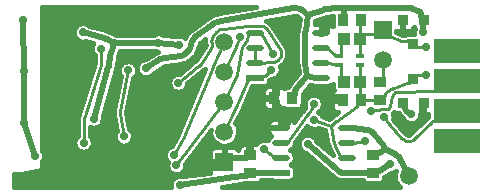
<source format=gbr>
G04 #@! TF.FileFunction,Copper,L2,Bot,Signal*
%FSLAX46Y46*%
G04 Gerber Fmt 4.6, Leading zero omitted, Abs format (unit mm)*
G04 Created by KiCad (PCBNEW (after 2015-mar-04 BZR unknown)-product) date 16.05.2015 18:47:26*
%MOMM*%
G01*
G04 APERTURE LIST*
%ADD10C,0.100000*%
%ADD11R,0.889000X1.016000*%
%ADD12R,1.016000X0.889000*%
%ADD13R,0.914400X0.914400*%
%ADD14O,1.501140X0.508000*%
%ADD15R,1.501140X0.508000*%
%ADD16R,1.080000X1.000000*%
%ADD17R,1.000000X0.900000*%
%ADD18R,0.701040X0.398780*%
%ADD19C,1.500000*%
%ADD20R,1.500000X1.500000*%
%ADD21R,4.000000X2.000000*%
%ADD22R,0.900000X1.000000*%
%ADD23C,0.700000*%
%ADD24C,0.500000*%
%ADD25C,0.220000*%
%ADD26C,0.400000*%
G04 APERTURE END LIST*
D10*
D11*
X166762000Y-88600000D03*
X165238000Y-88600000D03*
D12*
X163200000Y-93438000D03*
X163200000Y-94962000D03*
X173600000Y-93438000D03*
X173600000Y-94962000D03*
D13*
X177889000Y-81984000D03*
X176111000Y-81984000D03*
X177000000Y-84016000D03*
X176111000Y-89016000D03*
X177889000Y-89016000D03*
X177000000Y-86984000D03*
D14*
X171394000Y-94905000D03*
D15*
X165806000Y-94905000D03*
D14*
X171394000Y-93635000D03*
X171394000Y-92365000D03*
X171394000Y-91095000D03*
X165806000Y-93635000D03*
X165806000Y-92365000D03*
X165806000Y-91095000D03*
X169194000Y-86905000D03*
D15*
X163606000Y-86905000D03*
D14*
X169194000Y-85635000D03*
X169194000Y-84365000D03*
X169194000Y-83095000D03*
X163606000Y-85635000D03*
X163606000Y-84365000D03*
X163606000Y-83095000D03*
D16*
X172460000Y-83600000D03*
X171140000Y-83600000D03*
X172460000Y-87200000D03*
X171140000Y-87200000D03*
D17*
X174200000Y-87250000D03*
X174200000Y-88750000D03*
D18*
X170700840Y-85798780D03*
X172499160Y-85798780D03*
X172499160Y-85001220D03*
X170700840Y-85001220D03*
D19*
X161000000Y-83840000D03*
D20*
X161000000Y-94000000D03*
D19*
X161000000Y-91460000D03*
X161000000Y-88920000D03*
X161000000Y-86380000D03*
D21*
X180660000Y-84590000D03*
X180660000Y-87130000D03*
X180660000Y-89670000D03*
X180660000Y-92210000D03*
D19*
X176600000Y-95200000D03*
D22*
X171050000Y-82000000D03*
X172550000Y-82000000D03*
X172550000Y-88800000D03*
X171050000Y-88800000D03*
D20*
X174400000Y-82800000D03*
D19*
X174400000Y-85340000D03*
D23*
X175585300Y-90345300D03*
X152954100Y-89837000D03*
X149935000Y-94011400D03*
X149762800Y-85583100D03*
X145824000Y-83036600D03*
X143443700Y-95224900D03*
X156749300Y-91778700D03*
X147514800Y-92272100D03*
X156077200Y-86123400D03*
X176132100Y-83011300D03*
X169741300Y-81989900D03*
X176577800Y-91439900D03*
X163068500Y-91110900D03*
X167008000Y-81896500D03*
X152567600Y-93271400D03*
X159149200Y-84110200D03*
X171096300Y-95949500D03*
X169200000Y-95800000D03*
X166800000Y-95800000D03*
X164308600Y-95949600D03*
X155600000Y-95800000D03*
X152800000Y-95800000D03*
X154717600Y-92497300D03*
X156000000Y-90000000D03*
X156154800Y-87948000D03*
X152269500Y-85143400D03*
X160000000Y-81200000D03*
X149942500Y-90338800D03*
X157180600Y-84093900D03*
X155427200Y-83900600D03*
X151631200Y-83964700D03*
X149018200Y-83042900D03*
X154363000Y-86082300D03*
X157234300Y-95949900D03*
X176838800Y-89975000D03*
X177860700Y-83011300D03*
X168054600Y-92473900D03*
X175041200Y-94182400D03*
X178090000Y-84312500D03*
X178090000Y-86657800D03*
X168554300Y-90439200D03*
X164994500Y-86183200D03*
X164338600Y-92884700D03*
X156934800Y-94299300D03*
X168570000Y-89087600D03*
X165112000Y-84844400D03*
X174558700Y-90234300D03*
X173413200Y-89692600D03*
X162296800Y-83396100D03*
X156718800Y-93422100D03*
X172913600Y-92218100D03*
X157113300Y-87298400D03*
X143973000Y-82029900D03*
X144970100Y-93486200D03*
X144019800Y-86320500D03*
X144030000Y-90678900D03*
X152856700Y-86260900D03*
X152486700Y-91848400D03*
X150551000Y-84404900D03*
X149081500Y-92376500D03*
D24*
X156154800Y-87948000D02*
X156077200Y-86123400D01*
X155600000Y-95800000D02*
X154717600Y-92497300D01*
X152800000Y-95800000D02*
X152567600Y-93271400D01*
X156749300Y-91778700D02*
X156000000Y-90000000D01*
X177451500Y-90674200D02*
X176577800Y-91439900D01*
X177768500Y-90175500D02*
X177768500Y-89975000D01*
X177602700Y-90541700D02*
X177768500Y-90175500D01*
X177451500Y-90674200D02*
X177602700Y-90541700D01*
X177768500Y-89473200D02*
X177768500Y-89975000D01*
X177768500Y-89223200D02*
X177768500Y-89473200D01*
X177889000Y-89016000D02*
X177768500Y-89223200D01*
X160500000Y-94500000D02*
X161000000Y-94000000D01*
X160250000Y-94500000D02*
X160500000Y-94500000D01*
X160213400Y-94502400D02*
X160201200Y-94504800D01*
X160237800Y-94500000D02*
X160213400Y-94502400D01*
X160250000Y-94500000D02*
X160237800Y-94500000D01*
X157098400Y-95122000D02*
X160201200Y-94504800D01*
X156976600Y-95146200D02*
X157098400Y-95122000D01*
X156728600Y-95121800D02*
X156976600Y-95146200D01*
X156499700Y-95027100D02*
X156728600Y-95121800D01*
X156306900Y-94869100D02*
X156499700Y-95027100D01*
X156238000Y-94766200D02*
X156306900Y-94869100D01*
X154717600Y-92497300D02*
X156238000Y-94766200D01*
X157541400Y-85816700D02*
X156077200Y-86123400D01*
X158658000Y-85070700D02*
X158747800Y-84895200D01*
X158404900Y-85373800D02*
X158658000Y-85070700D01*
X158093600Y-85611600D02*
X158404900Y-85373800D01*
X157734600Y-85776200D02*
X158093600Y-85611600D01*
X157541400Y-85816700D02*
X157734600Y-85776200D01*
X159149200Y-84110200D02*
X158747800Y-84895200D01*
X156077200Y-86123400D02*
X152954100Y-89837000D01*
X166462400Y-85076100D02*
X167008000Y-81896500D01*
X166452600Y-85133400D02*
X166462400Y-85076100D01*
X166423000Y-85246900D02*
X166452600Y-85133400D01*
X166403800Y-85301000D02*
X166423000Y-85246900D01*
X165446800Y-88008700D02*
X166403800Y-85301000D01*
X165432500Y-88070700D02*
X165432500Y-88092000D01*
X165439700Y-88028900D02*
X165432500Y-88070700D01*
X165446800Y-88008700D02*
X165439700Y-88028900D01*
X165432500Y-88342000D02*
X165432500Y-88092000D01*
X165238000Y-88600000D02*
X165432500Y-88342000D01*
X167405300Y-89574300D02*
X166436800Y-89987200D01*
X167715600Y-89255000D02*
X167713400Y-89100400D01*
X167547000Y-89514000D02*
X167715600Y-89255000D01*
X167405300Y-89574300D02*
X167547000Y-89514000D01*
X167713100Y-89100400D02*
X167713400Y-89100400D01*
X167710300Y-88910400D02*
X167713100Y-89100400D01*
X167866700Y-88562400D02*
X167710300Y-88910400D01*
X168154500Y-88314400D02*
X167866700Y-88562400D01*
X168521800Y-88211200D02*
X168154500Y-88314400D01*
X168709200Y-88242100D02*
X168521800Y-88211200D01*
X170559400Y-88546700D02*
X168709200Y-88242100D01*
X170589800Y-88550000D02*
X170600000Y-88550000D01*
X170569300Y-88548300D02*
X170589800Y-88550000D01*
X170559400Y-88546700D02*
X170569300Y-88548300D01*
X170850000Y-88550000D02*
X170600000Y-88550000D01*
X171050000Y-88800000D02*
X170850000Y-88550000D01*
X152567600Y-93271400D02*
X154717600Y-92497300D01*
X165432500Y-88858000D02*
X165238000Y-88600000D01*
X165432500Y-89108000D02*
X165432500Y-88858000D01*
X165485200Y-89272400D02*
X165532400Y-89307900D01*
X165432500Y-89167100D02*
X165485200Y-89272400D01*
X165432500Y-89108000D02*
X165432500Y-89167100D01*
X166436800Y-89987200D02*
X165532400Y-89307900D01*
X176577800Y-91439900D02*
X175585300Y-90345300D01*
X152954100Y-89837000D02*
X154717600Y-92497300D01*
X145625100Y-94146500D02*
X147514800Y-92272100D01*
X145804500Y-94674200D02*
X145625100Y-94146500D01*
X145672300Y-94766300D02*
X145804500Y-94674200D01*
X145600000Y-94800000D02*
X145672300Y-94766300D01*
X143443700Y-95224900D02*
X145600000Y-94800000D01*
X163068500Y-93243500D02*
X163200000Y-93438000D01*
X163068500Y-92993500D02*
X163068500Y-93243500D01*
X163068500Y-91110900D02*
X163068500Y-92993500D01*
X165309400Y-91095000D02*
X165806000Y-91095000D01*
X163068500Y-91110900D02*
X165309400Y-91095000D01*
X162942000Y-93632500D02*
X163200000Y-93438000D01*
X162692000Y-93632500D02*
X162942000Y-93632500D01*
X161750000Y-93632500D02*
X162692000Y-93632500D01*
X161500000Y-93632500D02*
X161750000Y-93632500D01*
X161000000Y-94000000D02*
X161500000Y-93632500D01*
X149762800Y-85583100D02*
X147514800Y-92272100D01*
X145824000Y-83036600D02*
X149762800Y-85583100D01*
X166302600Y-91095000D02*
X165806000Y-91095000D01*
X166436800Y-89987200D02*
X166302600Y-91095000D01*
X176132100Y-82441200D02*
X176132100Y-83011300D01*
X176132100Y-82191200D02*
X176132100Y-82441200D01*
X176111000Y-81984000D02*
X176132100Y-82191200D01*
X156749300Y-91778700D02*
X154717600Y-92497300D01*
X169690600Y-83095000D02*
X169741300Y-81989900D01*
X169194000Y-83095000D02*
X169690600Y-83095000D01*
X155427200Y-83900600D02*
X157180600Y-84093900D01*
X151186000Y-85990000D02*
X149942500Y-90338800D01*
X151218700Y-85854400D02*
X151225700Y-85808900D01*
X151198800Y-85945300D02*
X151218700Y-85854400D01*
X151186000Y-85990000D02*
X151198800Y-85945300D01*
X151350300Y-85001500D02*
X151225700Y-85808900D01*
X151355400Y-84968200D02*
X151350300Y-85001500D01*
X151371100Y-84900200D02*
X151355400Y-84968200D01*
X151381200Y-84867600D02*
X151371100Y-84900200D01*
X151439300Y-84680700D02*
X151381200Y-84867600D01*
X151439300Y-84680700D02*
X151449600Y-84644800D01*
X151631200Y-83964700D02*
X151449600Y-84644800D01*
X151026000Y-83605200D02*
X151631200Y-83964700D01*
X150850100Y-83521700D02*
X150786200Y-83505000D01*
X150970100Y-83572000D02*
X150850100Y-83521700D01*
X151026000Y-83605200D02*
X150970100Y-83572000D01*
X149018200Y-83042900D02*
X150786200Y-83505000D01*
X151631200Y-83964700D02*
X155427200Y-83900600D01*
X155591600Y-85330200D02*
X154363000Y-86082300D01*
X155674100Y-85279700D02*
X155591600Y-85330200D01*
X155855200Y-85215100D02*
X155674100Y-85279700D01*
X155950400Y-85202000D02*
X155855200Y-85215100D01*
X157307400Y-85015300D02*
X155950400Y-85202000D01*
X158014400Y-84525400D02*
X158056900Y-84405600D01*
X157866500Y-84734900D02*
X158014400Y-84525400D01*
X157668800Y-84895800D02*
X157866500Y-84734900D01*
X157433600Y-84998000D02*
X157668800Y-84895800D01*
X157307400Y-85015300D02*
X157433600Y-84998000D01*
X158272900Y-83798500D02*
X158056900Y-84405600D01*
X158321200Y-83662300D02*
X158272900Y-83798500D01*
X158496600Y-83431800D02*
X158321200Y-83662300D01*
X158615800Y-83348200D02*
X158496600Y-83431800D01*
X159984900Y-82389900D02*
X158615800Y-83348200D01*
X160142800Y-82279500D02*
X159984900Y-82389900D01*
X160494900Y-82132700D02*
X160142800Y-82279500D01*
X160684100Y-82098300D02*
X160494900Y-82132700D01*
X166842000Y-80981300D02*
X160684100Y-82098300D01*
X167045400Y-80944600D02*
X166842000Y-80981300D01*
X167444200Y-81049500D02*
X167045400Y-80944600D01*
X167602700Y-81181400D02*
X167444200Y-81049500D01*
X168107700Y-81601300D02*
X167602700Y-81181400D01*
X162942000Y-95156500D02*
X163200000Y-94962000D01*
X162692000Y-95156500D02*
X162942000Y-95156500D01*
X162656300Y-95158800D02*
X162644300Y-95161100D01*
X162680200Y-95156500D02*
X162656300Y-95158800D01*
X162692000Y-95156500D02*
X162680200Y-95156500D01*
X161859500Y-95313600D02*
X162644300Y-95161100D01*
X161828100Y-95318800D02*
X161859500Y-95313600D01*
X157234300Y-95949900D02*
X161828100Y-95318800D01*
X171175000Y-81500000D02*
X171175000Y-81029900D01*
X171175000Y-81750000D02*
X171175000Y-81500000D01*
X171050000Y-82000000D02*
X171175000Y-81750000D01*
X167011900Y-87935000D02*
X168000100Y-86710100D01*
X166956400Y-88049300D02*
X166956500Y-88092000D01*
X166985000Y-87968300D02*
X166956400Y-88049300D01*
X167011900Y-87935000D02*
X166985000Y-87968300D01*
X166956500Y-88342000D02*
X166956500Y-88092000D01*
X166762000Y-88600000D02*
X166956500Y-88342000D01*
X167870700Y-85745900D02*
X168000100Y-86710100D01*
X167867000Y-85717900D02*
X167870700Y-85745900D01*
X167863300Y-85662700D02*
X167867000Y-85717900D01*
X167863300Y-85635000D02*
X167863300Y-85662700D01*
X167863300Y-83095000D02*
X167863300Y-85635000D01*
X167863300Y-83059400D02*
X167863300Y-83095000D01*
X167869400Y-82988300D02*
X167863300Y-83059400D01*
X167875300Y-82953800D02*
X167869400Y-82988300D01*
X168107700Y-81601300D02*
X167875300Y-82953800D01*
X168697400Y-86905000D02*
X168000100Y-86710100D01*
X169194000Y-86905000D02*
X168697400Y-86905000D01*
X177860700Y-82191200D02*
X177889000Y-81984000D01*
X177860700Y-82441200D02*
X177860700Y-82191200D01*
X177860700Y-83011300D02*
X177860700Y-82441200D01*
X169419300Y-81117300D02*
X168107700Y-81601300D01*
X169469400Y-81098900D02*
X169419300Y-81117300D01*
X169573600Y-81073500D02*
X169469400Y-81098900D01*
X169626800Y-81066900D02*
X169573600Y-81073500D01*
X170532400Y-80954600D02*
X169626800Y-81066900D01*
X170549200Y-80952500D02*
X170532400Y-80954600D01*
X170582700Y-80950400D02*
X170549200Y-80952500D01*
X170600000Y-80950400D02*
X170582700Y-80950400D01*
X170850000Y-80950400D02*
X170600000Y-80950400D01*
X170894600Y-80950300D02*
X170850000Y-80950400D01*
X170983800Y-80965000D02*
X170894600Y-80950300D01*
X171026600Y-80979500D02*
X170983800Y-80965000D01*
X171175000Y-81029900D02*
X171026600Y-80979500D01*
X165305400Y-94909000D02*
X165806000Y-94905000D01*
X165055400Y-94909000D02*
X165305400Y-94909000D01*
X163708000Y-94909000D02*
X165055400Y-94909000D01*
X163458000Y-94909000D02*
X163708000Y-94909000D01*
X163200000Y-94962000D02*
X163458000Y-94909000D01*
X177681800Y-81776800D02*
X177889000Y-81984000D01*
X177681800Y-81526800D02*
X177681800Y-81776800D01*
X177597000Y-81324300D02*
X177526300Y-81295300D01*
X177681900Y-81450800D02*
X177597000Y-81324300D01*
X177681800Y-81526800D02*
X177681900Y-81450800D01*
X176785900Y-80993200D02*
X177526300Y-81295300D01*
X176624600Y-80950500D02*
X176568200Y-80950500D01*
X176734500Y-80972200D02*
X176624600Y-80950500D01*
X176785900Y-80993200D02*
X176734500Y-80972200D01*
X173777800Y-80950500D02*
X176568200Y-80950500D01*
X173777700Y-80950500D02*
X173777800Y-80950500D01*
X173000100Y-80950400D02*
X173777700Y-80950500D01*
X173000000Y-80950400D02*
X173000100Y-80950400D01*
X172100000Y-80950400D02*
X173000000Y-80950400D01*
X172099800Y-80950400D02*
X172100000Y-80950400D01*
X171800200Y-80950500D02*
X172099800Y-80950400D01*
X171799800Y-80950500D02*
X171800200Y-80950500D01*
X171500200Y-80950400D02*
X171799800Y-80950500D01*
X171365900Y-80965100D02*
X171323400Y-80979500D01*
X171455000Y-80950400D02*
X171365900Y-80965100D01*
X171500200Y-80950400D02*
X171455000Y-80950400D01*
X171175000Y-81029900D02*
X171323400Y-80979500D01*
X176422500Y-89676300D02*
X176838800Y-89975000D01*
X176373500Y-89641300D02*
X176422500Y-89676300D01*
X176318200Y-89533700D02*
X176373500Y-89641300D01*
X176318200Y-89473200D02*
X176318200Y-89533700D01*
X176318200Y-89223200D02*
X176318200Y-89473200D01*
X176111000Y-89016000D02*
X176318200Y-89223200D01*
X174249100Y-94723900D02*
X175041200Y-94182400D01*
X174218000Y-94745100D02*
X174249100Y-94723900D01*
X174145800Y-94767500D02*
X174218000Y-94745100D01*
X174108000Y-94767500D02*
X174145800Y-94767500D01*
X173858000Y-94767500D02*
X174108000Y-94767500D01*
X173600000Y-94962000D02*
X173858000Y-94767500D01*
X171890600Y-94905000D02*
X171394000Y-94905000D01*
X173092000Y-94905000D02*
X171890600Y-94905000D01*
X173342000Y-94905000D02*
X173092000Y-94905000D01*
X173600000Y-94962000D02*
X173342000Y-94905000D01*
X170897400Y-94905000D02*
X171394000Y-94905000D01*
X168054600Y-92473900D02*
X170897400Y-94905000D01*
D25*
X172505000Y-83210000D02*
X172460000Y-83600000D01*
X172505000Y-83100000D02*
X172505000Y-83210000D01*
X172505000Y-82500000D02*
X172505000Y-83100000D01*
X172505000Y-82390000D02*
X172505000Y-82500000D01*
X172550000Y-82000000D02*
X172505000Y-82390000D01*
X177347200Y-84312500D02*
X177000000Y-84016000D01*
X177457200Y-84312500D02*
X177347200Y-84312500D01*
X178090000Y-84312500D02*
X177457200Y-84312500D01*
X175040000Y-83440000D02*
X174400000Y-82800000D01*
X175150000Y-83440000D02*
X175040000Y-83440000D01*
X175161300Y-83440000D02*
X175150000Y-83440000D01*
X175183400Y-83444600D02*
X175161300Y-83440000D01*
X175193800Y-83449100D02*
X175183400Y-83444600D01*
X175823400Y-83722400D02*
X175193800Y-83449100D01*
X176375200Y-83771400D02*
X176537000Y-83672300D01*
X175996700Y-83797800D02*
X176375200Y-83771400D01*
X175823400Y-83722400D02*
X175996700Y-83797800D01*
X176542800Y-83668800D02*
X176537000Y-83672300D01*
X176652800Y-83668800D02*
X176542800Y-83668800D01*
X177000000Y-84016000D02*
X176652800Y-83668800D01*
X172479600Y-84911800D02*
X172499200Y-85001200D01*
X172479600Y-84801800D02*
X172479600Y-84911800D01*
X172479600Y-84100000D02*
X172479600Y-84801800D01*
X172479600Y-83990000D02*
X172479600Y-84100000D01*
X172460000Y-83600000D02*
X172479600Y-83990000D01*
X172890000Y-83210000D02*
X172460000Y-83600000D01*
X173000000Y-83210000D02*
X172890000Y-83210000D01*
X173650000Y-83210000D02*
X173000000Y-83210000D01*
X173760000Y-83210000D02*
X173650000Y-83210000D01*
X174400000Y-82800000D02*
X173760000Y-83210000D01*
X168554300Y-90439200D02*
X170020900Y-90939400D01*
X170440500Y-90572500D02*
X170020900Y-90939400D01*
X170456400Y-90558600D02*
X170440500Y-90572500D01*
X170489000Y-90533400D02*
X170456400Y-90558600D01*
X170506000Y-90521800D02*
X170489000Y-90533400D01*
X172162000Y-89390800D02*
X170506000Y-90521800D01*
X172210000Y-89327200D02*
X172210000Y-89300000D01*
X172184500Y-89375500D02*
X172210000Y-89327200D01*
X172162000Y-89390800D02*
X172184500Y-89375500D01*
X172210000Y-89190000D02*
X172210000Y-89300000D01*
X172550000Y-88800000D02*
X172210000Y-89190000D01*
X172505000Y-88410000D02*
X172550000Y-88800000D01*
X172505000Y-88300000D02*
X172505000Y-88410000D01*
X172505000Y-87700000D02*
X172505000Y-88300000D01*
X172505000Y-87590000D02*
X172505000Y-87700000D01*
X172460000Y-87200000D02*
X172505000Y-87590000D01*
X173810000Y-88775000D02*
X174200000Y-88750000D01*
X173700000Y-88775000D02*
X173810000Y-88775000D01*
X173000000Y-88775000D02*
X173700000Y-88775000D01*
X172890000Y-88775000D02*
X173000000Y-88775000D01*
X172550000Y-88800000D02*
X172890000Y-88775000D01*
X170897400Y-93635000D02*
X171394000Y-93635000D01*
X170378800Y-92633500D02*
X170897400Y-93635000D01*
X170359900Y-92597100D02*
X170378800Y-92633500D01*
X170332500Y-92519100D02*
X170359900Y-92597100D01*
X170324400Y-92478000D02*
X170332500Y-92519100D01*
X170020900Y-90939400D02*
X170324400Y-92478000D01*
X172479600Y-85888200D02*
X172499200Y-85798800D01*
X172479600Y-85998200D02*
X172479600Y-85888200D01*
X172479600Y-86700000D02*
X172479600Y-85998200D01*
X172479600Y-86810000D02*
X172479600Y-86700000D01*
X172460000Y-87200000D02*
X172479600Y-86810000D01*
X177347200Y-86657800D02*
X177000000Y-86984000D01*
X177457200Y-86657800D02*
X177347200Y-86657800D01*
X178090000Y-86657800D02*
X177457200Y-86657800D01*
X176652800Y-87331200D02*
X177000000Y-86984000D01*
X176542800Y-87331200D02*
X176652800Y-87331200D01*
X176515700Y-87334200D02*
X176507200Y-87337100D01*
X176533800Y-87331200D02*
X176515700Y-87334200D01*
X176542800Y-87331200D02*
X176533800Y-87331200D01*
X175369200Y-87726000D02*
X176507200Y-87337100D01*
X175189200Y-87808500D02*
X175136400Y-87846900D01*
X175306600Y-87747400D02*
X175189200Y-87808500D01*
X175369200Y-87726000D02*
X175306600Y-87747400D01*
X174635300Y-88211000D02*
X175136400Y-87846900D01*
X174590000Y-88273600D02*
X174590000Y-88300000D01*
X174613900Y-88226500D02*
X174590000Y-88273600D01*
X174635300Y-88211000D02*
X174613900Y-88226500D01*
X174590000Y-88410000D02*
X174590000Y-88300000D01*
X174200000Y-88750000D02*
X174590000Y-88410000D01*
D24*
X175435900Y-93340200D02*
X174606500Y-92951500D01*
X175576900Y-93406300D02*
X175435900Y-93340200D01*
X175800400Y-93623000D02*
X175576900Y-93406300D01*
X175870800Y-93761800D02*
X175800400Y-93623000D01*
X176600000Y-95200000D02*
X175870800Y-93761800D01*
X173858000Y-93243500D02*
X173600000Y-93438000D01*
X174108000Y-93243500D02*
X173858000Y-93243500D01*
X174219300Y-93220600D02*
X174250700Y-93198800D01*
X174146300Y-93243500D02*
X174219300Y-93220600D01*
X174108000Y-93243500D02*
X174146300Y-93243500D01*
X174606500Y-92951500D02*
X174250700Y-93198800D01*
X174606600Y-92951500D02*
X174606500Y-92951500D01*
X174542700Y-92734200D02*
X174494400Y-92675700D01*
X174600100Y-92875200D02*
X174542700Y-92734200D01*
X174606600Y-92951500D02*
X174600100Y-92875200D01*
X173631900Y-91627200D02*
X174494400Y-92675700D01*
X173237700Y-91330500D02*
X173073800Y-91301900D01*
X173525500Y-91498000D02*
X173237700Y-91330500D01*
X173631900Y-91627200D02*
X173525500Y-91498000D01*
X171890600Y-91095000D02*
X173073800Y-91301900D01*
X171394000Y-91095000D02*
X171890600Y-91095000D01*
D25*
X165309400Y-93635000D02*
X165806000Y-93635000D01*
X164338600Y-92884700D02*
X165309400Y-93635000D01*
X162965400Y-87049000D02*
X163606000Y-86905000D01*
X162965400Y-87159000D02*
X162965400Y-87049000D01*
X162965400Y-87170600D02*
X162965400Y-87159000D01*
X162960500Y-87193400D02*
X162965400Y-87170600D01*
X162955700Y-87204100D02*
X162960500Y-87193400D01*
X161985000Y-89362900D02*
X162955700Y-87204100D01*
X161977500Y-89379200D02*
X161985000Y-89362900D01*
X161000000Y-91460000D02*
X161977500Y-89379200D01*
X164246600Y-86761000D02*
X163606000Y-86905000D01*
X164356600Y-86761000D02*
X164246600Y-86761000D01*
X164418000Y-86744800D02*
X164433400Y-86729800D01*
X164378200Y-86761000D02*
X164418000Y-86744800D01*
X164356600Y-86761000D02*
X164378200Y-86761000D01*
X164994500Y-86183200D02*
X164433400Y-86729800D01*
X168304400Y-89637900D02*
X168570000Y-89087600D01*
X168261100Y-89727800D02*
X168304400Y-89637900D01*
X168144400Y-89893400D02*
X168261100Y-89727800D01*
X168073900Y-89964700D02*
X168144400Y-89893400D01*
X168073700Y-89964600D02*
X168073900Y-89964700D01*
X168024200Y-90019900D02*
X168009900Y-90039500D01*
X168056300Y-89982200D02*
X168024200Y-90019900D01*
X168073700Y-89964600D02*
X168056300Y-89982200D01*
X166302600Y-92365000D02*
X168009900Y-90039500D01*
X165806000Y-92365000D02*
X166302600Y-92365000D01*
X163109400Y-83095000D02*
X163606000Y-83095000D01*
X162943600Y-83606000D02*
X163109400Y-83095000D01*
X162915800Y-83691700D02*
X162943600Y-83606000D01*
X162816700Y-83843700D02*
X162915800Y-83691700D01*
X162748900Y-83904000D02*
X162816700Y-83843700D01*
X162721100Y-83928800D02*
X162748900Y-83904000D01*
X162556100Y-84155600D02*
X162537200Y-84248300D01*
X162650500Y-83991700D02*
X162556100Y-84155600D01*
X162721100Y-83928800D02*
X162650500Y-83991700D01*
X162058200Y-86595900D02*
X162537200Y-84248300D01*
X162045200Y-86659300D02*
X162058200Y-86595900D01*
X162004800Y-86781100D02*
X162045200Y-86659300D01*
X161977500Y-86839200D02*
X162004800Y-86781100D01*
X161000000Y-88920000D02*
X161977500Y-86839200D01*
X164102600Y-83095000D02*
X165112000Y-84844400D01*
X163606000Y-83095000D02*
X164102600Y-83095000D01*
X161000000Y-88920000D02*
X156934800Y-94299300D01*
X178770000Y-90560000D02*
X180660000Y-89670000D01*
X178660000Y-90560000D02*
X178770000Y-90560000D01*
X178598600Y-90576200D02*
X178583300Y-90591200D01*
X178638400Y-90560000D02*
X178598600Y-90576200D01*
X178660000Y-90560000D02*
X178638400Y-90560000D01*
X177128700Y-92006200D02*
X178583300Y-90591200D01*
X177013400Y-92118400D02*
X177128700Y-92006200D01*
X176713600Y-92234600D02*
X177013400Y-92118400D01*
X176392300Y-92224500D02*
X176713600Y-92234600D01*
X176100500Y-92089700D02*
X176392300Y-92224500D01*
X175992500Y-91970600D02*
X176100500Y-92089700D01*
X175000000Y-90876000D02*
X175992500Y-91970600D01*
X174980600Y-90854700D02*
X175000000Y-90876000D01*
X174945800Y-90810100D02*
X174980600Y-90854700D01*
X174929600Y-90786100D02*
X174945800Y-90810100D01*
X174558700Y-90234300D02*
X174929600Y-90786100D01*
X174474100Y-89559600D02*
X173413200Y-89692600D01*
X174477400Y-89559200D02*
X174474100Y-89559600D01*
X174739400Y-89527600D02*
X174477400Y-89559200D01*
X174995100Y-89379700D02*
X175020200Y-89279900D01*
X174841400Y-89515300D02*
X174995100Y-89379700D01*
X174739400Y-89527600D02*
X174841400Y-89515300D01*
X175226800Y-88452200D02*
X175020200Y-89279900D01*
X175262400Y-88309200D02*
X175226800Y-88452200D01*
X175492200Y-88123600D02*
X175262400Y-88309200D01*
X175639400Y-88118900D02*
X175492200Y-88123600D01*
X178656400Y-88020100D02*
X175639400Y-88118900D01*
X178660000Y-88020000D02*
X178656400Y-88020100D01*
X178770000Y-88020000D02*
X178660000Y-88020000D01*
X180660000Y-87130000D02*
X178770000Y-88020000D01*
X161977500Y-84299200D02*
X161000000Y-86380000D01*
X162010900Y-84221200D02*
X162020500Y-84193600D01*
X161989500Y-84273600D02*
X162010900Y-84221200D01*
X161977500Y-84299200D02*
X161989500Y-84273600D01*
X162296800Y-83396100D02*
X162020500Y-84193600D01*
X157435000Y-92171300D02*
X156718800Y-93422100D01*
X157469800Y-92103900D02*
X157479700Y-92080100D01*
X157447400Y-92149800D02*
X157469800Y-92103900D01*
X157435000Y-92171300D02*
X157447400Y-92149800D01*
X160001700Y-85968100D02*
X157479700Y-92080100D01*
X160022500Y-85920800D02*
X160001700Y-85968100D01*
X161000000Y-83840000D02*
X160022500Y-85920800D01*
X171890600Y-92365000D02*
X172913600Y-92218100D01*
X171394000Y-92365000D02*
X171890600Y-92365000D01*
X169690600Y-85635000D02*
X169194000Y-85635000D01*
X170337900Y-85708700D02*
X169690600Y-85635000D01*
X170347300Y-85709400D02*
X170350300Y-85709400D01*
X170341000Y-85709000D02*
X170347300Y-85709400D01*
X170337900Y-85708700D02*
X170341000Y-85709000D01*
X170460300Y-85709400D02*
X170350300Y-85709400D01*
X170700800Y-85798800D02*
X170460300Y-85709400D01*
X170920400Y-86810000D02*
X171140000Y-87200000D01*
X170920400Y-86700000D02*
X170920400Y-86810000D01*
X170920400Y-85998200D02*
X170920400Y-86700000D01*
X170920400Y-85888200D02*
X170920400Y-85998200D01*
X170700800Y-85798800D02*
X170920400Y-85888200D01*
X170460300Y-84911800D02*
X170700800Y-85001200D01*
X170350300Y-84911800D02*
X170460300Y-84911800D01*
X170330100Y-84911800D02*
X170350300Y-84911800D01*
X170292500Y-84897600D02*
X170330100Y-84911800D01*
X170277400Y-84884200D02*
X170292500Y-84897600D01*
X169690600Y-84365000D02*
X170277400Y-84884200D01*
X169194000Y-84365000D02*
X169690600Y-84365000D01*
X170920400Y-83990000D02*
X171140000Y-83600000D01*
X170920400Y-84100000D02*
X170920400Y-83990000D01*
X170920400Y-84801800D02*
X170920400Y-84100000D01*
X170920400Y-84911800D02*
X170920400Y-84801800D01*
X170700800Y-85001200D02*
X170920400Y-84911800D01*
X163606000Y-84365000D02*
X163606000Y-85635000D01*
X164102600Y-85635000D02*
X163606000Y-85635000D01*
X164896800Y-85518300D02*
X164102600Y-85635000D01*
X164936000Y-85512500D02*
X164896800Y-85518300D01*
X165014700Y-85510300D02*
X164936000Y-85512500D01*
X165053300Y-85513700D02*
X165014700Y-85510300D01*
X165053200Y-85513900D02*
X165053300Y-85513700D01*
X165781900Y-84644900D02*
X165678900Y-84483500D01*
X165786100Y-85029100D02*
X165781900Y-84644900D01*
X165586700Y-85357400D02*
X165786100Y-85029100D01*
X165243900Y-85530800D02*
X165586700Y-85357400D01*
X165053200Y-85513900D02*
X165243900Y-85530800D01*
X164595200Y-82781400D02*
X165678900Y-84483500D01*
X164252700Y-82511100D02*
X164102600Y-82511000D01*
X164514600Y-82655000D02*
X164252700Y-82511100D01*
X164595200Y-82781400D02*
X164514600Y-82655000D01*
X163109400Y-82511000D02*
X164102600Y-82511000D01*
X163058500Y-82513000D02*
X163041800Y-82514900D01*
X163092100Y-82511000D02*
X163058500Y-82513000D01*
X163109400Y-82511000D02*
X163092100Y-82511000D01*
X160875100Y-82767200D02*
X163041800Y-82514900D01*
X159901300Y-83762000D02*
X159928600Y-83976200D01*
X160016500Y-83344100D02*
X159901300Y-83762000D01*
X160282600Y-83004200D02*
X160016500Y-83344100D01*
X160660700Y-82792100D02*
X160282600Y-83004200D01*
X160875100Y-82767200D02*
X160660700Y-82792100D01*
X159933000Y-84010500D02*
X159928600Y-83976200D01*
X159950700Y-84149100D02*
X159933000Y-84010500D01*
X159888500Y-84422200D02*
X159950700Y-84149100D01*
X159812000Y-84540300D02*
X159888500Y-84422200D01*
X159236000Y-85427800D02*
X159812000Y-84540300D01*
X159131500Y-85588900D02*
X159236000Y-85427800D01*
X158870500Y-85878700D02*
X159131500Y-85588900D01*
X158720500Y-85999800D02*
X158870500Y-85878700D01*
X157113300Y-87298400D02*
X158720500Y-85999800D01*
D24*
X144019800Y-86320500D02*
X143973000Y-82029900D01*
X144970100Y-93486200D02*
X144030000Y-90678900D01*
X144030000Y-90678900D02*
X144019800Y-86320500D01*
D25*
X152174600Y-89966200D02*
X152486700Y-91848400D01*
X152163000Y-89896500D02*
X152174600Y-89966200D01*
X152165100Y-89754000D02*
X152163000Y-89896500D01*
X152179000Y-89683500D02*
X152165100Y-89754000D01*
X152856700Y-86260900D02*
X152179000Y-89683500D01*
X149152900Y-90311500D02*
X149081500Y-92376500D01*
X149154800Y-90258400D02*
X149152900Y-90311500D01*
X149172300Y-90154900D02*
X149154800Y-90258400D01*
X149187900Y-90104800D02*
X149172300Y-90154900D01*
X150517400Y-85817100D02*
X149187900Y-90104800D01*
X150553000Y-85641500D02*
X150552900Y-85581800D01*
X150535000Y-85760400D02*
X150553000Y-85641500D01*
X150517400Y-85817100D02*
X150535000Y-85760400D01*
X150551000Y-84404900D02*
X150552900Y-85581800D01*
X174400000Y-86800000D02*
X174400000Y-85340000D01*
X174400000Y-86910000D02*
X174400000Y-86800000D01*
X174200000Y-87250000D02*
X174400000Y-86910000D01*
D26*
G36*
X170179824Y-82522848D02*
X170151043Y-82495850D01*
X170025307Y-82417529D01*
X169886707Y-82365242D01*
X169740570Y-82341000D01*
X169244000Y-82341000D01*
X169244000Y-83045000D01*
X169264000Y-83045000D01*
X169264000Y-83145000D01*
X169244000Y-83145000D01*
X169244000Y-83165000D01*
X169144000Y-83165000D01*
X169144000Y-83145000D01*
X169124000Y-83145000D01*
X169124000Y-83045000D01*
X169144000Y-83045000D01*
X169144000Y-82341000D01*
X168660416Y-82341000D01*
X168702521Y-82095964D01*
X169650283Y-81746225D01*
X169650972Y-81745971D01*
X169651251Y-81745869D01*
X169664847Y-81740876D01*
X169694585Y-81733626D01*
X169709253Y-81731807D01*
X169709288Y-81731803D01*
X169709291Y-81731802D01*
X170177968Y-81673683D01*
X170177968Y-82500000D01*
X170179824Y-82522848D01*
X170179824Y-82522848D01*
G37*
X170179824Y-82522848D02*
X170151043Y-82495850D01*
X170025307Y-82417529D01*
X169886707Y-82365242D01*
X169740570Y-82341000D01*
X169244000Y-82341000D01*
X169244000Y-83045000D01*
X169264000Y-83045000D01*
X169264000Y-83145000D01*
X169244000Y-83145000D01*
X169244000Y-83165000D01*
X169144000Y-83165000D01*
X169144000Y-83145000D01*
X169124000Y-83145000D01*
X169124000Y-83045000D01*
X169144000Y-83045000D01*
X169144000Y-82341000D01*
X168660416Y-82341000D01*
X168702521Y-82095964D01*
X169650283Y-81746225D01*
X169650972Y-81745971D01*
X169651251Y-81745869D01*
X169664847Y-81740876D01*
X169694585Y-81733626D01*
X169709253Y-81731807D01*
X169709288Y-81731803D01*
X169709291Y-81731802D01*
X170177968Y-81673683D01*
X170177968Y-82500000D01*
X170179824Y-82522848D01*
G36*
X171120000Y-88850000D02*
X171100000Y-88850000D01*
X171100000Y-88870000D01*
X171000000Y-88870000D01*
X171000000Y-88850000D01*
X170225000Y-88850000D01*
X170100000Y-88975000D01*
X170100000Y-89250754D01*
X170100000Y-89349245D01*
X170119215Y-89445844D01*
X170156906Y-89536839D01*
X170211624Y-89618731D01*
X170281268Y-89688375D01*
X170363161Y-89743094D01*
X170454155Y-89780785D01*
X170550754Y-89800000D01*
X170623113Y-89800000D01*
X170207087Y-90084134D01*
X170207085Y-90084135D01*
X170190272Y-90095609D01*
X170181036Y-90103333D01*
X170170746Y-90109591D01*
X170164859Y-90114076D01*
X170132260Y-90139276D01*
X170123295Y-90147725D01*
X170113176Y-90154748D01*
X170107570Y-90159579D01*
X170091670Y-90173479D01*
X170091666Y-90173483D01*
X170091628Y-90173516D01*
X169902376Y-90338998D01*
X169254851Y-90118153D01*
X169237460Y-90075958D01*
X169153895Y-89950182D01*
X169047492Y-89843034D01*
X168935622Y-89767576D01*
X169046353Y-89697304D01*
X169155707Y-89593169D01*
X169242751Y-89469776D01*
X169304170Y-89331826D01*
X169337625Y-89184574D01*
X169340033Y-89012098D01*
X169310703Y-88863969D01*
X169253160Y-88724358D01*
X169169595Y-88598582D01*
X169063192Y-88491434D01*
X168938003Y-88406993D01*
X168798797Y-88348476D01*
X168650876Y-88318113D01*
X168499875Y-88317058D01*
X168351545Y-88345354D01*
X168211536Y-88401921D01*
X168085180Y-88484606D01*
X167977291Y-88590259D01*
X167891979Y-88714855D01*
X167832492Y-88853649D01*
X167801096Y-89001354D01*
X167798988Y-89152344D01*
X167826247Y-89300868D01*
X167849824Y-89360417D01*
X167827087Y-89407527D01*
X167827078Y-89407549D01*
X167826900Y-89407914D01*
X167802619Y-89458324D01*
X167736547Y-89552083D01*
X167703162Y-89585846D01*
X167702038Y-89586755D01*
X167696798Y-89591981D01*
X167679398Y-89609581D01*
X167669289Y-89622031D01*
X167657600Y-89633004D01*
X167652763Y-89638604D01*
X167620663Y-89676305D01*
X167611404Y-89689620D01*
X167600446Y-89701573D01*
X167596043Y-89707520D01*
X167582156Y-89726553D01*
X166906558Y-90646780D01*
X166871084Y-90597196D01*
X166763043Y-90495850D01*
X166637307Y-90417529D01*
X166498707Y-90365242D01*
X166352570Y-90341000D01*
X165856000Y-90341000D01*
X165856000Y-91045000D01*
X165876000Y-91045000D01*
X165876000Y-91145000D01*
X165856000Y-91145000D01*
X165856000Y-91165000D01*
X165756000Y-91165000D01*
X165756000Y-91145000D01*
X165756000Y-91045000D01*
X165756000Y-90341000D01*
X165259430Y-90341000D01*
X165188000Y-90352849D01*
X165188000Y-89483000D01*
X165188000Y-88650000D01*
X165188000Y-88550000D01*
X165188000Y-87717000D01*
X165063000Y-87592000D01*
X164744254Y-87592000D01*
X164647655Y-87611215D01*
X164556661Y-87648906D01*
X164474768Y-87703625D01*
X164405124Y-87773269D01*
X164350406Y-87855161D01*
X164312715Y-87946156D01*
X164293500Y-88042755D01*
X164293500Y-88141246D01*
X164293500Y-88425000D01*
X164418500Y-88550000D01*
X165188000Y-88550000D01*
X165188000Y-88650000D01*
X164418500Y-88650000D01*
X164293500Y-88775000D01*
X164293500Y-89058754D01*
X164293500Y-89157245D01*
X164312715Y-89253844D01*
X164350406Y-89344839D01*
X164405124Y-89426731D01*
X164474768Y-89496375D01*
X164556661Y-89551094D01*
X164647655Y-89588785D01*
X164744254Y-89608000D01*
X165063000Y-89608000D01*
X165188000Y-89483000D01*
X165188000Y-90352849D01*
X165113293Y-90365242D01*
X164974693Y-90417529D01*
X164848957Y-90495850D01*
X164740916Y-90597196D01*
X164654723Y-90717673D01*
X164593690Y-90852650D01*
X164574174Y-90927924D01*
X164682420Y-91045000D01*
X165756000Y-91045000D01*
X165756000Y-91145000D01*
X164682420Y-91145000D01*
X164574174Y-91262076D01*
X164593690Y-91337350D01*
X164654723Y-91472327D01*
X164740916Y-91592804D01*
X164848957Y-91694150D01*
X164974693Y-91772471D01*
X164983264Y-91775704D01*
X164930780Y-91803611D01*
X164828843Y-91886749D01*
X164744995Y-91988104D01*
X164682430Y-92103814D01*
X164657745Y-92183555D01*
X164567397Y-92145576D01*
X164419476Y-92115213D01*
X164268475Y-92114158D01*
X164120145Y-92142454D01*
X163980136Y-92199021D01*
X163853780Y-92281706D01*
X163745891Y-92387359D01*
X163673215Y-92493500D01*
X163658754Y-92493500D01*
X163375000Y-92493500D01*
X163250000Y-92618500D01*
X163250000Y-93388000D01*
X163270000Y-93388000D01*
X163270000Y-93488000D01*
X163250000Y-93488000D01*
X163250000Y-93508000D01*
X163150000Y-93508000D01*
X163150000Y-93488000D01*
X163130000Y-93488000D01*
X163130000Y-93388000D01*
X163150000Y-93388000D01*
X163150000Y-92618500D01*
X163025000Y-92493500D01*
X162741246Y-92493500D01*
X162642755Y-92493500D01*
X162546156Y-92512715D01*
X162455161Y-92550406D01*
X162373269Y-92605124D01*
X162303625Y-92674768D01*
X162248906Y-92756661D01*
X162211215Y-92847655D01*
X162192000Y-92944254D01*
X162192000Y-93011523D01*
X162138375Y-92931268D01*
X162068731Y-92861624D01*
X161986839Y-92806906D01*
X161895844Y-92769215D01*
X161799245Y-92750000D01*
X161700754Y-92750000D01*
X161175000Y-92750000D01*
X161050000Y-92875000D01*
X161050000Y-93950000D01*
X161070000Y-93950000D01*
X161070000Y-94050000D01*
X161050000Y-94050000D01*
X161050000Y-94070000D01*
X160950000Y-94070000D01*
X160950000Y-94050000D01*
X160950000Y-93950000D01*
X160950000Y-92875000D01*
X160825000Y-92750000D01*
X160299246Y-92750000D01*
X160200755Y-92750000D01*
X160104156Y-92769215D01*
X160013161Y-92806906D01*
X159931269Y-92861624D01*
X159861625Y-92931268D01*
X159806906Y-93013161D01*
X159769215Y-93104155D01*
X159750000Y-93200754D01*
X159750000Y-93825000D01*
X159875000Y-93950000D01*
X160950000Y-93950000D01*
X160950000Y-94050000D01*
X159875000Y-94050000D01*
X159750000Y-94175000D01*
X159750000Y-94799246D01*
X159769215Y-94895845D01*
X159780781Y-94923769D01*
X157519393Y-95234440D01*
X157463097Y-95210776D01*
X157315176Y-95180413D01*
X157164175Y-95179358D01*
X157015845Y-95207654D01*
X156875836Y-95264221D01*
X156749480Y-95346906D01*
X156641591Y-95452559D01*
X156556279Y-95577155D01*
X156496792Y-95715949D01*
X156465396Y-95863654D01*
X156463288Y-96014644D01*
X156484459Y-96130000D01*
X143200000Y-96130000D01*
X143200000Y-95000000D01*
X145600000Y-95000000D01*
X145600000Y-93929121D01*
X145642851Y-93868376D01*
X145704270Y-93730426D01*
X145737725Y-93583174D01*
X145740133Y-93410698D01*
X145710803Y-93262569D01*
X145653260Y-93122958D01*
X145600000Y-93042794D01*
X145600000Y-80870000D01*
X163701673Y-80870000D01*
X160564518Y-81439058D01*
X160564502Y-81439062D01*
X160564247Y-81439107D01*
X160375047Y-81473507D01*
X160373197Y-81474033D01*
X160371278Y-81474203D01*
X160310304Y-81491955D01*
X160249291Y-81509341D01*
X160247577Y-81510218D01*
X160245730Y-81510756D01*
X160237071Y-81514296D01*
X159884971Y-81661096D01*
X159883275Y-81662006D01*
X159881437Y-81662581D01*
X159825685Y-81692927D01*
X159769765Y-81722952D01*
X159768277Y-81724175D01*
X159766588Y-81725095D01*
X159758884Y-81730402D01*
X159600984Y-81840802D01*
X159600963Y-81840819D01*
X159600699Y-81841002D01*
X158231599Y-82799301D01*
X158231565Y-82799329D01*
X158231086Y-82799661D01*
X158111886Y-82883261D01*
X158086636Y-82904935D01*
X158059424Y-82924083D01*
X158037148Y-82947417D01*
X158012668Y-82968432D01*
X157992112Y-82994594D01*
X157969133Y-83018666D01*
X157963417Y-83026072D01*
X157788017Y-83256572D01*
X157770376Y-83285168D01*
X157750089Y-83311968D01*
X157736126Y-83340690D01*
X157719365Y-83367861D01*
X157707614Y-83399339D01*
X157692919Y-83429569D01*
X157689731Y-83438365D01*
X157669664Y-83494949D01*
X157548603Y-83413293D01*
X157409397Y-83354776D01*
X157261476Y-83324413D01*
X157110475Y-83323358D01*
X156962145Y-83351654D01*
X156876383Y-83386303D01*
X155878706Y-83276316D01*
X155795203Y-83219993D01*
X155655997Y-83161476D01*
X155508076Y-83131113D01*
X155357075Y-83130058D01*
X155208745Y-83158354D01*
X155068736Y-83214921D01*
X155034795Y-83237131D01*
X152005419Y-83288285D01*
X151999203Y-83284093D01*
X151859997Y-83225576D01*
X151712076Y-83195213D01*
X151646942Y-83194757D01*
X151368175Y-83029165D01*
X151368172Y-83029163D01*
X151368133Y-83029140D01*
X151312232Y-82995940D01*
X151274306Y-82978168D01*
X151237711Y-82957765D01*
X151229108Y-82954088D01*
X151109108Y-82903788D01*
X151068352Y-82891217D01*
X151028546Y-82875900D01*
X151019512Y-82873472D01*
X150955612Y-82856772D01*
X150955608Y-82856771D01*
X149555065Y-82490713D01*
X149511392Y-82446734D01*
X149386203Y-82362293D01*
X149246997Y-82303776D01*
X149099076Y-82273413D01*
X148948075Y-82272358D01*
X148799745Y-82300654D01*
X148659736Y-82357221D01*
X148533380Y-82439906D01*
X148425491Y-82545559D01*
X148340179Y-82670155D01*
X148280692Y-82808949D01*
X148249296Y-82956654D01*
X148247188Y-83107644D01*
X148274447Y-83256168D01*
X148330035Y-83396569D01*
X148411836Y-83523498D01*
X148516733Y-83632122D01*
X148640730Y-83718303D01*
X148779106Y-83778757D01*
X148926588Y-83811183D01*
X149077560Y-83814346D01*
X149222464Y-83788795D01*
X149915570Y-83969951D01*
X149872979Y-84032155D01*
X149813492Y-84170949D01*
X149782096Y-84318654D01*
X149779988Y-84469644D01*
X149807247Y-84618168D01*
X149862835Y-84758569D01*
X149944636Y-84885498D01*
X150021904Y-84965512D01*
X150022901Y-85582656D01*
X150022901Y-85582657D01*
X150022901Y-85582688D01*
X150022933Y-85602049D01*
X150016960Y-85641501D01*
X150011225Y-85659980D01*
X150011223Y-85659988D01*
X150011177Y-85660134D01*
X148681783Y-89947489D01*
X148666264Y-89997332D01*
X148659795Y-90028578D01*
X148651002Y-90059253D01*
X148649717Y-90066541D01*
X148632217Y-90170041D01*
X148630040Y-90201187D01*
X148625456Y-90232054D01*
X148625139Y-90239448D01*
X148623239Y-90292548D01*
X148623241Y-90292591D01*
X148623217Y-90293186D01*
X148571169Y-91798488D01*
X148488791Y-91879159D01*
X148403479Y-92003755D01*
X148343992Y-92142549D01*
X148312596Y-92290254D01*
X148310488Y-92441244D01*
X148337747Y-92589768D01*
X148393335Y-92730169D01*
X148475136Y-92857098D01*
X148580033Y-92965722D01*
X148704030Y-93051903D01*
X148842406Y-93112357D01*
X148989888Y-93144783D01*
X149140860Y-93147946D01*
X149289570Y-93121724D01*
X149430356Y-93067117D01*
X149557853Y-92986204D01*
X149667207Y-92882069D01*
X149754251Y-92758676D01*
X149815670Y-92620726D01*
X149849125Y-92473474D01*
X149851533Y-92300998D01*
X149822203Y-92152869D01*
X149764660Y-92013258D01*
X149681095Y-91887482D01*
X149630486Y-91836519D01*
X149657522Y-91054611D01*
X149703406Y-91074657D01*
X149850888Y-91107083D01*
X150001860Y-91110246D01*
X150150570Y-91084024D01*
X150291356Y-91029417D01*
X150418853Y-90948504D01*
X150528207Y-90844369D01*
X150615251Y-90720976D01*
X150676670Y-90583026D01*
X150710125Y-90435774D01*
X150712533Y-90263298D01*
X150691424Y-90156690D01*
X151830099Y-86174486D01*
X151830112Y-86174444D01*
X151830182Y-86174198D01*
X151842912Y-86129743D01*
X151845901Y-86113423D01*
X151851235Y-86097709D01*
X151853300Y-86088584D01*
X151873200Y-85997684D01*
X151875130Y-85981369D01*
X151879422Y-85965515D01*
X151880909Y-85956278D01*
X151887857Y-85911116D01*
X151887862Y-85911086D01*
X151887909Y-85910779D01*
X152012462Y-85103686D01*
X152012464Y-85103636D01*
X152012578Y-85102930D01*
X152013876Y-85094454D01*
X152018381Y-85074939D01*
X152020999Y-85066489D01*
X152021189Y-85065878D01*
X152021189Y-85065877D01*
X152079099Y-84879589D01*
X152079644Y-84876946D01*
X152080675Y-84874448D01*
X152083318Y-84865474D01*
X152093617Y-84829574D01*
X152093890Y-84828084D01*
X152094444Y-84826669D01*
X152096921Y-84817647D01*
X152148076Y-84626067D01*
X155052081Y-84577030D01*
X155188106Y-84636457D01*
X155335588Y-84668883D01*
X155403053Y-84670296D01*
X155390520Y-84676202D01*
X155332321Y-84703430D01*
X155330806Y-84704342D01*
X155330712Y-84704387D01*
X155330620Y-84704454D01*
X155324308Y-84708258D01*
X155241808Y-84758758D01*
X155241805Y-84758759D01*
X155241792Y-84758768D01*
X154337935Y-85312072D01*
X154292875Y-85311758D01*
X154144545Y-85340054D01*
X154004536Y-85396621D01*
X153878180Y-85479306D01*
X153770291Y-85584959D01*
X153684979Y-85709555D01*
X153625492Y-85848349D01*
X153594096Y-85996054D01*
X153593647Y-86028158D01*
X153539860Y-85897658D01*
X153456295Y-85771882D01*
X153349892Y-85664734D01*
X153224703Y-85580293D01*
X153085497Y-85521776D01*
X152937576Y-85491413D01*
X152786575Y-85490358D01*
X152638245Y-85518654D01*
X152498236Y-85575221D01*
X152371880Y-85657906D01*
X152263991Y-85763559D01*
X152178679Y-85888155D01*
X152119192Y-86026949D01*
X152087796Y-86174654D01*
X152085688Y-86325644D01*
X152112947Y-86474168D01*
X152168535Y-86614569D01*
X152228084Y-86706971D01*
X151659094Y-89580555D01*
X151659091Y-89580576D01*
X151659010Y-89580977D01*
X151645110Y-89651477D01*
X151640855Y-89695238D01*
X151635319Y-89738792D01*
X151635158Y-89746191D01*
X151633058Y-89888690D01*
X151636692Y-89932377D01*
X151639027Y-89976202D01*
X151640191Y-89983510D01*
X151651734Y-90052868D01*
X151651739Y-90052899D01*
X151872258Y-91382798D01*
X151808679Y-91475655D01*
X151749192Y-91614449D01*
X151717796Y-91762154D01*
X151715688Y-91913144D01*
X151742947Y-92061668D01*
X151798535Y-92202069D01*
X151880336Y-92328998D01*
X151985233Y-92437622D01*
X152109230Y-92523803D01*
X152247606Y-92584257D01*
X152395088Y-92616683D01*
X152546060Y-92619846D01*
X152694770Y-92593624D01*
X152835556Y-92539017D01*
X152963053Y-92458104D01*
X153072407Y-92353969D01*
X153159451Y-92230576D01*
X153220870Y-92092626D01*
X153254325Y-91945374D01*
X153256733Y-91772898D01*
X153227403Y-91624769D01*
X153169860Y-91485158D01*
X153086295Y-91359382D01*
X152979892Y-91252234D01*
X152918180Y-91210609D01*
X152697461Y-89879501D01*
X152697454Y-89879478D01*
X152697409Y-89879190D01*
X152693645Y-89856576D01*
X152694337Y-89809616D01*
X152698901Y-89786469D01*
X152698906Y-89786445D01*
X152698989Y-89786023D01*
X153268102Y-86911823D01*
X153333053Y-86870604D01*
X153442407Y-86766469D01*
X153529451Y-86643076D01*
X153590870Y-86505126D01*
X153624325Y-86357874D01*
X153624992Y-86310079D01*
X153674835Y-86435969D01*
X153756636Y-86562898D01*
X153861533Y-86671522D01*
X153985530Y-86757703D01*
X154123906Y-86818157D01*
X154271388Y-86850583D01*
X154422360Y-86853746D01*
X154571070Y-86827524D01*
X154711856Y-86772917D01*
X154839353Y-86692004D01*
X154948707Y-86587869D01*
X155035751Y-86464476D01*
X155040914Y-86452878D01*
X155941370Y-85901654D01*
X155941392Y-85901642D01*
X155941408Y-85901632D01*
X155964637Y-85887412D01*
X156015110Y-85869408D01*
X156041720Y-85865747D01*
X156041735Y-85865745D01*
X156041735Y-85865744D01*
X157398357Y-85679096D01*
X157398395Y-85679092D01*
X157398720Y-85679047D01*
X157524595Y-85661792D01*
X157545568Y-85656793D01*
X157567017Y-85654582D01*
X157609037Y-85641666D01*
X157651793Y-85631476D01*
X157671392Y-85622500D01*
X157692007Y-85616164D01*
X157700613Y-85612495D01*
X157935813Y-85510295D01*
X157954521Y-85499888D01*
X157974439Y-85492026D01*
X158011542Y-85468168D01*
X158050084Y-85446729D01*
X158066415Y-85432885D01*
X158084426Y-85421305D01*
X158091722Y-85415450D01*
X158289422Y-85254551D01*
X158304561Y-85239548D01*
X158321547Y-85226665D01*
X158350905Y-85193621D01*
X158382302Y-85162508D01*
X158394241Y-85144846D01*
X158408398Y-85128913D01*
X158413847Y-85121309D01*
X158561747Y-84911809D01*
X158572426Y-84893025D01*
X158585470Y-84875799D01*
X158604676Y-84836302D01*
X158626376Y-84798136D01*
X158633201Y-84777641D01*
X158642654Y-84758204D01*
X158645843Y-84749409D01*
X158688137Y-84630188D01*
X158688343Y-84629610D01*
X158688343Y-84629606D01*
X158904137Y-84023087D01*
X158904146Y-84023048D01*
X158904369Y-84022435D01*
X158917714Y-83984800D01*
X158966656Y-83920484D01*
X158999982Y-83897111D01*
X159000001Y-83897099D01*
X159000514Y-83896739D01*
X159389823Y-83624243D01*
X159381958Y-83669722D01*
X159373110Y-83718234D01*
X159373146Y-83720672D01*
X159372731Y-83723076D01*
X159373925Y-83772364D01*
X159374669Y-83821660D01*
X159375235Y-83826365D01*
X159375238Y-83826484D01*
X159375262Y-83826594D01*
X159375553Y-83829007D01*
X159402853Y-84043207D01*
X159402859Y-84043235D01*
X159402908Y-84043636D01*
X159407270Y-84077639D01*
X159407292Y-84077811D01*
X159407308Y-84077936D01*
X159413066Y-84123026D01*
X159392596Y-84212903D01*
X159367169Y-84252158D01*
X159367165Y-84252165D01*
X158791425Y-85139264D01*
X158791422Y-85139269D01*
X158791354Y-85139373D01*
X158709646Y-85265335D01*
X158504834Y-85492748D01*
X158387571Y-85587419D01*
X158387559Y-85587430D01*
X158387408Y-85587551D01*
X157216634Y-86533522D01*
X157194176Y-86528913D01*
X157043175Y-86527858D01*
X156894845Y-86556154D01*
X156754836Y-86612721D01*
X156628480Y-86695406D01*
X156520591Y-86801059D01*
X156435279Y-86925655D01*
X156375792Y-87064449D01*
X156344396Y-87212154D01*
X156342288Y-87363144D01*
X156369547Y-87511668D01*
X156425135Y-87652069D01*
X156506936Y-87778998D01*
X156611833Y-87887622D01*
X156735830Y-87973803D01*
X156874206Y-88034257D01*
X157021688Y-88066683D01*
X157172660Y-88069846D01*
X157321370Y-88043624D01*
X157462156Y-87989017D01*
X157589653Y-87908104D01*
X157699007Y-87803969D01*
X157786051Y-87680576D01*
X157847470Y-87542626D01*
X157880925Y-87395374D01*
X157881430Y-87359143D01*
X159053429Y-86412181D01*
X159053593Y-86412049D01*
X159053595Y-86412046D01*
X159203429Y-86291081D01*
X159230720Y-86264247D01*
X159259333Y-86238850D01*
X159264324Y-86233386D01*
X159365024Y-86121574D01*
X156989999Y-91877383D01*
X156986537Y-91885706D01*
X156979134Y-91900877D01*
X156975886Y-91906509D01*
X156975851Y-91906585D01*
X156975062Y-91907942D01*
X156537083Y-92672845D01*
X156500345Y-92679854D01*
X156360336Y-92736421D01*
X156233980Y-92819106D01*
X156126091Y-92924759D01*
X156040779Y-93049355D01*
X155981292Y-93188149D01*
X155949896Y-93335854D01*
X155947788Y-93486844D01*
X155975047Y-93635368D01*
X156030635Y-93775769D01*
X156112436Y-93902698D01*
X156217333Y-94011322D01*
X156219733Y-94012990D01*
X156197292Y-94065349D01*
X156165896Y-94213054D01*
X156163788Y-94364044D01*
X156191047Y-94512568D01*
X156246635Y-94652969D01*
X156328436Y-94779898D01*
X156433333Y-94888522D01*
X156557330Y-94974703D01*
X156695706Y-95035157D01*
X156843188Y-95067583D01*
X156994160Y-95070746D01*
X157142870Y-95044524D01*
X157283656Y-94989917D01*
X157411153Y-94909004D01*
X157520507Y-94804869D01*
X157607551Y-94681476D01*
X157668970Y-94543526D01*
X157702425Y-94396274D01*
X157704833Y-94223798D01*
X157694731Y-94172782D01*
X159831436Y-91345374D01*
X159828462Y-91558377D01*
X159869882Y-91784056D01*
X159954348Y-91997392D01*
X160078642Y-92190259D01*
X160238031Y-92355311D01*
X160426442Y-92486260D01*
X160636701Y-92578120D01*
X160860797Y-92627391D01*
X161090196Y-92632196D01*
X161316159Y-92592353D01*
X161530079Y-92509378D01*
X161723809Y-92386434D01*
X161889970Y-92228201D01*
X162022231Y-92040708D01*
X162115557Y-91831096D01*
X162166391Y-91607349D01*
X162170050Y-91345276D01*
X162125483Y-91120197D01*
X162038047Y-90908061D01*
X161924874Y-90737721D01*
X162457205Y-89604551D01*
X162457248Y-89604429D01*
X162458978Y-89600739D01*
X162466478Y-89584438D01*
X162466520Y-89584316D01*
X162468382Y-89580252D01*
X163367327Y-87581032D01*
X164356570Y-87581032D01*
X164424724Y-87575493D01*
X164537826Y-87540127D01*
X164636636Y-87474712D01*
X164713366Y-87384406D01*
X164761965Y-87276328D01*
X164778602Y-87159000D01*
X164778602Y-87132593D01*
X164782466Y-87129591D01*
X164787803Y-87124465D01*
X164803204Y-87109465D01*
X164803208Y-87109459D01*
X164803229Y-87109440D01*
X164964060Y-86952764D01*
X165053860Y-86954646D01*
X165202570Y-86928424D01*
X165343356Y-86873817D01*
X165470853Y-86792904D01*
X165580207Y-86688769D01*
X165667251Y-86565376D01*
X165728670Y-86427426D01*
X165762125Y-86280174D01*
X165764533Y-86107698D01*
X165735203Y-85959569D01*
X165706779Y-85890606D01*
X165825928Y-85830337D01*
X165859837Y-85808791D01*
X165894674Y-85788738D01*
X165903428Y-85781093D01*
X165913233Y-85774864D01*
X165942311Y-85747141D01*
X165972589Y-85720704D01*
X165979692Y-85711504D01*
X165988100Y-85703489D01*
X166011239Y-85670648D01*
X166035806Y-85638832D01*
X166039691Y-85632534D01*
X166239091Y-85304234D01*
X166256503Y-85268009D01*
X166275495Y-85232552D01*
X166278882Y-85221455D01*
X166283904Y-85211008D01*
X166293947Y-85172098D01*
X166305692Y-85133620D01*
X166306859Y-85122074D01*
X166309756Y-85110852D01*
X166312051Y-85070718D01*
X166316097Y-85030707D01*
X166316068Y-85023307D01*
X166311868Y-84639106D01*
X166307498Y-84599057D01*
X166304867Y-84558842D01*
X166301898Y-84547719D01*
X166300650Y-84536279D01*
X166288583Y-84497837D01*
X166278191Y-84458903D01*
X166273118Y-84448569D01*
X166269672Y-84437589D01*
X166250363Y-84402212D01*
X166232612Y-84366049D01*
X166228675Y-84359783D01*
X166125999Y-84198891D01*
X166125976Y-84198854D01*
X165042276Y-82496754D01*
X165042258Y-82496732D01*
X165042078Y-82496444D01*
X164961478Y-82370044D01*
X164945790Y-82350054D01*
X164932168Y-82328600D01*
X164913935Y-82309462D01*
X164897619Y-82288672D01*
X164878348Y-82272110D01*
X164860818Y-82253711D01*
X164839212Y-82238477D01*
X164819171Y-82221254D01*
X164797051Y-82208750D01*
X164776280Y-82194106D01*
X164769819Y-82190497D01*
X164561312Y-82075934D01*
X166960969Y-81640653D01*
X166961171Y-81640616D01*
X166961582Y-81640542D01*
X167018403Y-81630289D01*
X167129939Y-81659628D01*
X167174128Y-81696401D01*
X167174145Y-81696413D01*
X167174339Y-81696576D01*
X167381860Y-81869126D01*
X167214977Y-82840337D01*
X167214974Y-82840376D01*
X167214888Y-82840860D01*
X167208988Y-82875360D01*
X167207310Y-82898730D01*
X167202717Y-82921713D01*
X167201852Y-82931028D01*
X167195752Y-83002128D01*
X167196044Y-83026160D01*
X167193365Y-83050045D01*
X167193300Y-83059400D01*
X167193300Y-83095000D01*
X167193300Y-85635000D01*
X167193300Y-85662700D01*
X167195035Y-85680397D01*
X167194239Y-85698170D01*
X167194800Y-85707509D01*
X167198500Y-85762709D01*
X167201279Y-85779434D01*
X167201613Y-85796390D01*
X167202774Y-85805673D01*
X167206474Y-85833672D01*
X167206491Y-85833746D01*
X167206653Y-85835018D01*
X167297729Y-86513655D01*
X166490763Y-87513910D01*
X166490709Y-87513977D01*
X166463809Y-87547278D01*
X166439773Y-87583824D01*
X166413410Y-87618750D01*
X166403917Y-87638343D01*
X166391958Y-87656529D01*
X166386492Y-87669968D01*
X166317500Y-87669968D01*
X166249346Y-87675507D01*
X166136244Y-87710873D01*
X166059371Y-87761764D01*
X166001232Y-87703625D01*
X165919339Y-87648906D01*
X165828345Y-87611215D01*
X165731746Y-87592000D01*
X165413000Y-87592000D01*
X165288000Y-87717000D01*
X165288000Y-88550000D01*
X165308000Y-88550000D01*
X165308000Y-88650000D01*
X165288000Y-88650000D01*
X165288000Y-89483000D01*
X165413000Y-89608000D01*
X165731746Y-89608000D01*
X165828345Y-89588785D01*
X165919339Y-89551094D01*
X166001232Y-89496375D01*
X166060043Y-89437563D01*
X166092094Y-89464796D01*
X166200172Y-89513395D01*
X166317500Y-89530032D01*
X167206500Y-89530032D01*
X167274654Y-89524493D01*
X167387756Y-89489127D01*
X167486566Y-89423712D01*
X167563296Y-89333406D01*
X167611895Y-89225328D01*
X167628532Y-89108000D01*
X167628532Y-88237720D01*
X168244579Y-87474113D01*
X168436707Y-87527814D01*
X168551634Y-87564271D01*
X168682355Y-87578934D01*
X168691766Y-87579000D01*
X169696234Y-87579000D01*
X169827148Y-87566164D01*
X169953075Y-87528144D01*
X170069220Y-87466389D01*
X170171157Y-87383251D01*
X170177968Y-87375017D01*
X170177968Y-87700000D01*
X170183507Y-87768154D01*
X170218873Y-87881256D01*
X170255823Y-87937069D01*
X170211624Y-87981269D01*
X170156906Y-88063161D01*
X170119215Y-88154156D01*
X170100000Y-88250755D01*
X170100000Y-88349246D01*
X170100000Y-88625000D01*
X170225000Y-88750000D01*
X171000000Y-88750000D01*
X171000000Y-88730000D01*
X171100000Y-88730000D01*
X171100000Y-88750000D01*
X171120000Y-88750000D01*
X171120000Y-88850000D01*
X171120000Y-88850000D01*
G37*
X171120000Y-88850000D02*
X171100000Y-88850000D01*
X171100000Y-88870000D01*
X171000000Y-88870000D01*
X171000000Y-88850000D01*
X170225000Y-88850000D01*
X170100000Y-88975000D01*
X170100000Y-89250754D01*
X170100000Y-89349245D01*
X170119215Y-89445844D01*
X170156906Y-89536839D01*
X170211624Y-89618731D01*
X170281268Y-89688375D01*
X170363161Y-89743094D01*
X170454155Y-89780785D01*
X170550754Y-89800000D01*
X170623113Y-89800000D01*
X170207087Y-90084134D01*
X170207085Y-90084135D01*
X170190272Y-90095609D01*
X170181036Y-90103333D01*
X170170746Y-90109591D01*
X170164859Y-90114076D01*
X170132260Y-90139276D01*
X170123295Y-90147725D01*
X170113176Y-90154748D01*
X170107570Y-90159579D01*
X170091670Y-90173479D01*
X170091666Y-90173483D01*
X170091628Y-90173516D01*
X169902376Y-90338998D01*
X169254851Y-90118153D01*
X169237460Y-90075958D01*
X169153895Y-89950182D01*
X169047492Y-89843034D01*
X168935622Y-89767576D01*
X169046353Y-89697304D01*
X169155707Y-89593169D01*
X169242751Y-89469776D01*
X169304170Y-89331826D01*
X169337625Y-89184574D01*
X169340033Y-89012098D01*
X169310703Y-88863969D01*
X169253160Y-88724358D01*
X169169595Y-88598582D01*
X169063192Y-88491434D01*
X168938003Y-88406993D01*
X168798797Y-88348476D01*
X168650876Y-88318113D01*
X168499875Y-88317058D01*
X168351545Y-88345354D01*
X168211536Y-88401921D01*
X168085180Y-88484606D01*
X167977291Y-88590259D01*
X167891979Y-88714855D01*
X167832492Y-88853649D01*
X167801096Y-89001354D01*
X167798988Y-89152344D01*
X167826247Y-89300868D01*
X167849824Y-89360417D01*
X167827087Y-89407527D01*
X167827078Y-89407549D01*
X167826900Y-89407914D01*
X167802619Y-89458324D01*
X167736547Y-89552083D01*
X167703162Y-89585846D01*
X167702038Y-89586755D01*
X167696798Y-89591981D01*
X167679398Y-89609581D01*
X167669289Y-89622031D01*
X167657600Y-89633004D01*
X167652763Y-89638604D01*
X167620663Y-89676305D01*
X167611404Y-89689620D01*
X167600446Y-89701573D01*
X167596043Y-89707520D01*
X167582156Y-89726553D01*
X166906558Y-90646780D01*
X166871084Y-90597196D01*
X166763043Y-90495850D01*
X166637307Y-90417529D01*
X166498707Y-90365242D01*
X166352570Y-90341000D01*
X165856000Y-90341000D01*
X165856000Y-91045000D01*
X165876000Y-91045000D01*
X165876000Y-91145000D01*
X165856000Y-91145000D01*
X165856000Y-91165000D01*
X165756000Y-91165000D01*
X165756000Y-91145000D01*
X165756000Y-91045000D01*
X165756000Y-90341000D01*
X165259430Y-90341000D01*
X165188000Y-90352849D01*
X165188000Y-89483000D01*
X165188000Y-88650000D01*
X165188000Y-88550000D01*
X165188000Y-87717000D01*
X165063000Y-87592000D01*
X164744254Y-87592000D01*
X164647655Y-87611215D01*
X164556661Y-87648906D01*
X164474768Y-87703625D01*
X164405124Y-87773269D01*
X164350406Y-87855161D01*
X164312715Y-87946156D01*
X164293500Y-88042755D01*
X164293500Y-88141246D01*
X164293500Y-88425000D01*
X164418500Y-88550000D01*
X165188000Y-88550000D01*
X165188000Y-88650000D01*
X164418500Y-88650000D01*
X164293500Y-88775000D01*
X164293500Y-89058754D01*
X164293500Y-89157245D01*
X164312715Y-89253844D01*
X164350406Y-89344839D01*
X164405124Y-89426731D01*
X164474768Y-89496375D01*
X164556661Y-89551094D01*
X164647655Y-89588785D01*
X164744254Y-89608000D01*
X165063000Y-89608000D01*
X165188000Y-89483000D01*
X165188000Y-90352849D01*
X165113293Y-90365242D01*
X164974693Y-90417529D01*
X164848957Y-90495850D01*
X164740916Y-90597196D01*
X164654723Y-90717673D01*
X164593690Y-90852650D01*
X164574174Y-90927924D01*
X164682420Y-91045000D01*
X165756000Y-91045000D01*
X165756000Y-91145000D01*
X164682420Y-91145000D01*
X164574174Y-91262076D01*
X164593690Y-91337350D01*
X164654723Y-91472327D01*
X164740916Y-91592804D01*
X164848957Y-91694150D01*
X164974693Y-91772471D01*
X164983264Y-91775704D01*
X164930780Y-91803611D01*
X164828843Y-91886749D01*
X164744995Y-91988104D01*
X164682430Y-92103814D01*
X164657745Y-92183555D01*
X164567397Y-92145576D01*
X164419476Y-92115213D01*
X164268475Y-92114158D01*
X164120145Y-92142454D01*
X163980136Y-92199021D01*
X163853780Y-92281706D01*
X163745891Y-92387359D01*
X163673215Y-92493500D01*
X163658754Y-92493500D01*
X163375000Y-92493500D01*
X163250000Y-92618500D01*
X163250000Y-93388000D01*
X163270000Y-93388000D01*
X163270000Y-93488000D01*
X163250000Y-93488000D01*
X163250000Y-93508000D01*
X163150000Y-93508000D01*
X163150000Y-93488000D01*
X163130000Y-93488000D01*
X163130000Y-93388000D01*
X163150000Y-93388000D01*
X163150000Y-92618500D01*
X163025000Y-92493500D01*
X162741246Y-92493500D01*
X162642755Y-92493500D01*
X162546156Y-92512715D01*
X162455161Y-92550406D01*
X162373269Y-92605124D01*
X162303625Y-92674768D01*
X162248906Y-92756661D01*
X162211215Y-92847655D01*
X162192000Y-92944254D01*
X162192000Y-93011523D01*
X162138375Y-92931268D01*
X162068731Y-92861624D01*
X161986839Y-92806906D01*
X161895844Y-92769215D01*
X161799245Y-92750000D01*
X161700754Y-92750000D01*
X161175000Y-92750000D01*
X161050000Y-92875000D01*
X161050000Y-93950000D01*
X161070000Y-93950000D01*
X161070000Y-94050000D01*
X161050000Y-94050000D01*
X161050000Y-94070000D01*
X160950000Y-94070000D01*
X160950000Y-94050000D01*
X160950000Y-93950000D01*
X160950000Y-92875000D01*
X160825000Y-92750000D01*
X160299246Y-92750000D01*
X160200755Y-92750000D01*
X160104156Y-92769215D01*
X160013161Y-92806906D01*
X159931269Y-92861624D01*
X159861625Y-92931268D01*
X159806906Y-93013161D01*
X159769215Y-93104155D01*
X159750000Y-93200754D01*
X159750000Y-93825000D01*
X159875000Y-93950000D01*
X160950000Y-93950000D01*
X160950000Y-94050000D01*
X159875000Y-94050000D01*
X159750000Y-94175000D01*
X159750000Y-94799246D01*
X159769215Y-94895845D01*
X159780781Y-94923769D01*
X157519393Y-95234440D01*
X157463097Y-95210776D01*
X157315176Y-95180413D01*
X157164175Y-95179358D01*
X157015845Y-95207654D01*
X156875836Y-95264221D01*
X156749480Y-95346906D01*
X156641591Y-95452559D01*
X156556279Y-95577155D01*
X156496792Y-95715949D01*
X156465396Y-95863654D01*
X156463288Y-96014644D01*
X156484459Y-96130000D01*
X143200000Y-96130000D01*
X143200000Y-95000000D01*
X145600000Y-95000000D01*
X145600000Y-93929121D01*
X145642851Y-93868376D01*
X145704270Y-93730426D01*
X145737725Y-93583174D01*
X145740133Y-93410698D01*
X145710803Y-93262569D01*
X145653260Y-93122958D01*
X145600000Y-93042794D01*
X145600000Y-80870000D01*
X163701673Y-80870000D01*
X160564518Y-81439058D01*
X160564502Y-81439062D01*
X160564247Y-81439107D01*
X160375047Y-81473507D01*
X160373197Y-81474033D01*
X160371278Y-81474203D01*
X160310304Y-81491955D01*
X160249291Y-81509341D01*
X160247577Y-81510218D01*
X160245730Y-81510756D01*
X160237071Y-81514296D01*
X159884971Y-81661096D01*
X159883275Y-81662006D01*
X159881437Y-81662581D01*
X159825685Y-81692927D01*
X159769765Y-81722952D01*
X159768277Y-81724175D01*
X159766588Y-81725095D01*
X159758884Y-81730402D01*
X159600984Y-81840802D01*
X159600963Y-81840819D01*
X159600699Y-81841002D01*
X158231599Y-82799301D01*
X158231565Y-82799329D01*
X158231086Y-82799661D01*
X158111886Y-82883261D01*
X158086636Y-82904935D01*
X158059424Y-82924083D01*
X158037148Y-82947417D01*
X158012668Y-82968432D01*
X157992112Y-82994594D01*
X157969133Y-83018666D01*
X157963417Y-83026072D01*
X157788017Y-83256572D01*
X157770376Y-83285168D01*
X157750089Y-83311968D01*
X157736126Y-83340690D01*
X157719365Y-83367861D01*
X157707614Y-83399339D01*
X157692919Y-83429569D01*
X157689731Y-83438365D01*
X157669664Y-83494949D01*
X157548603Y-83413293D01*
X157409397Y-83354776D01*
X157261476Y-83324413D01*
X157110475Y-83323358D01*
X156962145Y-83351654D01*
X156876383Y-83386303D01*
X155878706Y-83276316D01*
X155795203Y-83219993D01*
X155655997Y-83161476D01*
X155508076Y-83131113D01*
X155357075Y-83130058D01*
X155208745Y-83158354D01*
X155068736Y-83214921D01*
X155034795Y-83237131D01*
X152005419Y-83288285D01*
X151999203Y-83284093D01*
X151859997Y-83225576D01*
X151712076Y-83195213D01*
X151646942Y-83194757D01*
X151368175Y-83029165D01*
X151368172Y-83029163D01*
X151368133Y-83029140D01*
X151312232Y-82995940D01*
X151274306Y-82978168D01*
X151237711Y-82957765D01*
X151229108Y-82954088D01*
X151109108Y-82903788D01*
X151068352Y-82891217D01*
X151028546Y-82875900D01*
X151019512Y-82873472D01*
X150955612Y-82856772D01*
X150955608Y-82856771D01*
X149555065Y-82490713D01*
X149511392Y-82446734D01*
X149386203Y-82362293D01*
X149246997Y-82303776D01*
X149099076Y-82273413D01*
X148948075Y-82272358D01*
X148799745Y-82300654D01*
X148659736Y-82357221D01*
X148533380Y-82439906D01*
X148425491Y-82545559D01*
X148340179Y-82670155D01*
X148280692Y-82808949D01*
X148249296Y-82956654D01*
X148247188Y-83107644D01*
X148274447Y-83256168D01*
X148330035Y-83396569D01*
X148411836Y-83523498D01*
X148516733Y-83632122D01*
X148640730Y-83718303D01*
X148779106Y-83778757D01*
X148926588Y-83811183D01*
X149077560Y-83814346D01*
X149222464Y-83788795D01*
X149915570Y-83969951D01*
X149872979Y-84032155D01*
X149813492Y-84170949D01*
X149782096Y-84318654D01*
X149779988Y-84469644D01*
X149807247Y-84618168D01*
X149862835Y-84758569D01*
X149944636Y-84885498D01*
X150021904Y-84965512D01*
X150022901Y-85582656D01*
X150022901Y-85582657D01*
X150022901Y-85582688D01*
X150022933Y-85602049D01*
X150016960Y-85641501D01*
X150011225Y-85659980D01*
X150011223Y-85659988D01*
X150011177Y-85660134D01*
X148681783Y-89947489D01*
X148666264Y-89997332D01*
X148659795Y-90028578D01*
X148651002Y-90059253D01*
X148649717Y-90066541D01*
X148632217Y-90170041D01*
X148630040Y-90201187D01*
X148625456Y-90232054D01*
X148625139Y-90239448D01*
X148623239Y-90292548D01*
X148623241Y-90292591D01*
X148623217Y-90293186D01*
X148571169Y-91798488D01*
X148488791Y-91879159D01*
X148403479Y-92003755D01*
X148343992Y-92142549D01*
X148312596Y-92290254D01*
X148310488Y-92441244D01*
X148337747Y-92589768D01*
X148393335Y-92730169D01*
X148475136Y-92857098D01*
X148580033Y-92965722D01*
X148704030Y-93051903D01*
X148842406Y-93112357D01*
X148989888Y-93144783D01*
X149140860Y-93147946D01*
X149289570Y-93121724D01*
X149430356Y-93067117D01*
X149557853Y-92986204D01*
X149667207Y-92882069D01*
X149754251Y-92758676D01*
X149815670Y-92620726D01*
X149849125Y-92473474D01*
X149851533Y-92300998D01*
X149822203Y-92152869D01*
X149764660Y-92013258D01*
X149681095Y-91887482D01*
X149630486Y-91836519D01*
X149657522Y-91054611D01*
X149703406Y-91074657D01*
X149850888Y-91107083D01*
X150001860Y-91110246D01*
X150150570Y-91084024D01*
X150291356Y-91029417D01*
X150418853Y-90948504D01*
X150528207Y-90844369D01*
X150615251Y-90720976D01*
X150676670Y-90583026D01*
X150710125Y-90435774D01*
X150712533Y-90263298D01*
X150691424Y-90156690D01*
X151830099Y-86174486D01*
X151830112Y-86174444D01*
X151830182Y-86174198D01*
X151842912Y-86129743D01*
X151845901Y-86113423D01*
X151851235Y-86097709D01*
X151853300Y-86088584D01*
X151873200Y-85997684D01*
X151875130Y-85981369D01*
X151879422Y-85965515D01*
X151880909Y-85956278D01*
X151887857Y-85911116D01*
X151887862Y-85911086D01*
X151887909Y-85910779D01*
X152012462Y-85103686D01*
X152012464Y-85103636D01*
X152012578Y-85102930D01*
X152013876Y-85094454D01*
X152018381Y-85074939D01*
X152020999Y-85066489D01*
X152021189Y-85065878D01*
X152021189Y-85065877D01*
X152079099Y-84879589D01*
X152079644Y-84876946D01*
X152080675Y-84874448D01*
X152083318Y-84865474D01*
X152093617Y-84829574D01*
X152093890Y-84828084D01*
X152094444Y-84826669D01*
X152096921Y-84817647D01*
X152148076Y-84626067D01*
X155052081Y-84577030D01*
X155188106Y-84636457D01*
X155335588Y-84668883D01*
X155403053Y-84670296D01*
X155390520Y-84676202D01*
X155332321Y-84703430D01*
X155330806Y-84704342D01*
X155330712Y-84704387D01*
X155330620Y-84704454D01*
X155324308Y-84708258D01*
X155241808Y-84758758D01*
X155241805Y-84758759D01*
X155241792Y-84758768D01*
X154337935Y-85312072D01*
X154292875Y-85311758D01*
X154144545Y-85340054D01*
X154004536Y-85396621D01*
X153878180Y-85479306D01*
X153770291Y-85584959D01*
X153684979Y-85709555D01*
X153625492Y-85848349D01*
X153594096Y-85996054D01*
X153593647Y-86028158D01*
X153539860Y-85897658D01*
X153456295Y-85771882D01*
X153349892Y-85664734D01*
X153224703Y-85580293D01*
X153085497Y-85521776D01*
X152937576Y-85491413D01*
X152786575Y-85490358D01*
X152638245Y-85518654D01*
X152498236Y-85575221D01*
X152371880Y-85657906D01*
X152263991Y-85763559D01*
X152178679Y-85888155D01*
X152119192Y-86026949D01*
X152087796Y-86174654D01*
X152085688Y-86325644D01*
X152112947Y-86474168D01*
X152168535Y-86614569D01*
X152228084Y-86706971D01*
X151659094Y-89580555D01*
X151659091Y-89580576D01*
X151659010Y-89580977D01*
X151645110Y-89651477D01*
X151640855Y-89695238D01*
X151635319Y-89738792D01*
X151635158Y-89746191D01*
X151633058Y-89888690D01*
X151636692Y-89932377D01*
X151639027Y-89976202D01*
X151640191Y-89983510D01*
X151651734Y-90052868D01*
X151651739Y-90052899D01*
X151872258Y-91382798D01*
X151808679Y-91475655D01*
X151749192Y-91614449D01*
X151717796Y-91762154D01*
X151715688Y-91913144D01*
X151742947Y-92061668D01*
X151798535Y-92202069D01*
X151880336Y-92328998D01*
X151985233Y-92437622D01*
X152109230Y-92523803D01*
X152247606Y-92584257D01*
X152395088Y-92616683D01*
X152546060Y-92619846D01*
X152694770Y-92593624D01*
X152835556Y-92539017D01*
X152963053Y-92458104D01*
X153072407Y-92353969D01*
X153159451Y-92230576D01*
X153220870Y-92092626D01*
X153254325Y-91945374D01*
X153256733Y-91772898D01*
X153227403Y-91624769D01*
X153169860Y-91485158D01*
X153086295Y-91359382D01*
X152979892Y-91252234D01*
X152918180Y-91210609D01*
X152697461Y-89879501D01*
X152697454Y-89879478D01*
X152697409Y-89879190D01*
X152693645Y-89856576D01*
X152694337Y-89809616D01*
X152698901Y-89786469D01*
X152698906Y-89786445D01*
X152698989Y-89786023D01*
X153268102Y-86911823D01*
X153333053Y-86870604D01*
X153442407Y-86766469D01*
X153529451Y-86643076D01*
X153590870Y-86505126D01*
X153624325Y-86357874D01*
X153624992Y-86310079D01*
X153674835Y-86435969D01*
X153756636Y-86562898D01*
X153861533Y-86671522D01*
X153985530Y-86757703D01*
X154123906Y-86818157D01*
X154271388Y-86850583D01*
X154422360Y-86853746D01*
X154571070Y-86827524D01*
X154711856Y-86772917D01*
X154839353Y-86692004D01*
X154948707Y-86587869D01*
X155035751Y-86464476D01*
X155040914Y-86452878D01*
X155941370Y-85901654D01*
X155941392Y-85901642D01*
X155941408Y-85901632D01*
X155964637Y-85887412D01*
X156015110Y-85869408D01*
X156041720Y-85865747D01*
X156041735Y-85865745D01*
X156041735Y-85865744D01*
X157398357Y-85679096D01*
X157398395Y-85679092D01*
X157398720Y-85679047D01*
X157524595Y-85661792D01*
X157545568Y-85656793D01*
X157567017Y-85654582D01*
X157609037Y-85641666D01*
X157651793Y-85631476D01*
X157671392Y-85622500D01*
X157692007Y-85616164D01*
X157700613Y-85612495D01*
X157935813Y-85510295D01*
X157954521Y-85499888D01*
X157974439Y-85492026D01*
X158011542Y-85468168D01*
X158050084Y-85446729D01*
X158066415Y-85432885D01*
X158084426Y-85421305D01*
X158091722Y-85415450D01*
X158289422Y-85254551D01*
X158304561Y-85239548D01*
X158321547Y-85226665D01*
X158350905Y-85193621D01*
X158382302Y-85162508D01*
X158394241Y-85144846D01*
X158408398Y-85128913D01*
X158413847Y-85121309D01*
X158561747Y-84911809D01*
X158572426Y-84893025D01*
X158585470Y-84875799D01*
X158604676Y-84836302D01*
X158626376Y-84798136D01*
X158633201Y-84777641D01*
X158642654Y-84758204D01*
X158645843Y-84749409D01*
X158688137Y-84630188D01*
X158688343Y-84629610D01*
X158688343Y-84629606D01*
X158904137Y-84023087D01*
X158904146Y-84023048D01*
X158904369Y-84022435D01*
X158917714Y-83984800D01*
X158966656Y-83920484D01*
X158999982Y-83897111D01*
X159000001Y-83897099D01*
X159000514Y-83896739D01*
X159389823Y-83624243D01*
X159381958Y-83669722D01*
X159373110Y-83718234D01*
X159373146Y-83720672D01*
X159372731Y-83723076D01*
X159373925Y-83772364D01*
X159374669Y-83821660D01*
X159375235Y-83826365D01*
X159375238Y-83826484D01*
X159375262Y-83826594D01*
X159375553Y-83829007D01*
X159402853Y-84043207D01*
X159402859Y-84043235D01*
X159402908Y-84043636D01*
X159407270Y-84077639D01*
X159407292Y-84077811D01*
X159407308Y-84077936D01*
X159413066Y-84123026D01*
X159392596Y-84212903D01*
X159367169Y-84252158D01*
X159367165Y-84252165D01*
X158791425Y-85139264D01*
X158791422Y-85139269D01*
X158791354Y-85139373D01*
X158709646Y-85265335D01*
X158504834Y-85492748D01*
X158387571Y-85587419D01*
X158387559Y-85587430D01*
X158387408Y-85587551D01*
X157216634Y-86533522D01*
X157194176Y-86528913D01*
X157043175Y-86527858D01*
X156894845Y-86556154D01*
X156754836Y-86612721D01*
X156628480Y-86695406D01*
X156520591Y-86801059D01*
X156435279Y-86925655D01*
X156375792Y-87064449D01*
X156344396Y-87212154D01*
X156342288Y-87363144D01*
X156369547Y-87511668D01*
X156425135Y-87652069D01*
X156506936Y-87778998D01*
X156611833Y-87887622D01*
X156735830Y-87973803D01*
X156874206Y-88034257D01*
X157021688Y-88066683D01*
X157172660Y-88069846D01*
X157321370Y-88043624D01*
X157462156Y-87989017D01*
X157589653Y-87908104D01*
X157699007Y-87803969D01*
X157786051Y-87680576D01*
X157847470Y-87542626D01*
X157880925Y-87395374D01*
X157881430Y-87359143D01*
X159053429Y-86412181D01*
X159053593Y-86412049D01*
X159053595Y-86412046D01*
X159203429Y-86291081D01*
X159230720Y-86264247D01*
X159259333Y-86238850D01*
X159264324Y-86233386D01*
X159365024Y-86121574D01*
X156989999Y-91877383D01*
X156986537Y-91885706D01*
X156979134Y-91900877D01*
X156975886Y-91906509D01*
X156975851Y-91906585D01*
X156975062Y-91907942D01*
X156537083Y-92672845D01*
X156500345Y-92679854D01*
X156360336Y-92736421D01*
X156233980Y-92819106D01*
X156126091Y-92924759D01*
X156040779Y-93049355D01*
X155981292Y-93188149D01*
X155949896Y-93335854D01*
X155947788Y-93486844D01*
X155975047Y-93635368D01*
X156030635Y-93775769D01*
X156112436Y-93902698D01*
X156217333Y-94011322D01*
X156219733Y-94012990D01*
X156197292Y-94065349D01*
X156165896Y-94213054D01*
X156163788Y-94364044D01*
X156191047Y-94512568D01*
X156246635Y-94652969D01*
X156328436Y-94779898D01*
X156433333Y-94888522D01*
X156557330Y-94974703D01*
X156695706Y-95035157D01*
X156843188Y-95067583D01*
X156994160Y-95070746D01*
X157142870Y-95044524D01*
X157283656Y-94989917D01*
X157411153Y-94909004D01*
X157520507Y-94804869D01*
X157607551Y-94681476D01*
X157668970Y-94543526D01*
X157702425Y-94396274D01*
X157704833Y-94223798D01*
X157694731Y-94172782D01*
X159831436Y-91345374D01*
X159828462Y-91558377D01*
X159869882Y-91784056D01*
X159954348Y-91997392D01*
X160078642Y-92190259D01*
X160238031Y-92355311D01*
X160426442Y-92486260D01*
X160636701Y-92578120D01*
X160860797Y-92627391D01*
X161090196Y-92632196D01*
X161316159Y-92592353D01*
X161530079Y-92509378D01*
X161723809Y-92386434D01*
X161889970Y-92228201D01*
X162022231Y-92040708D01*
X162115557Y-91831096D01*
X162166391Y-91607349D01*
X162170050Y-91345276D01*
X162125483Y-91120197D01*
X162038047Y-90908061D01*
X161924874Y-90737721D01*
X162457205Y-89604551D01*
X162457248Y-89604429D01*
X162458978Y-89600739D01*
X162466478Y-89584438D01*
X162466520Y-89584316D01*
X162468382Y-89580252D01*
X163367327Y-87581032D01*
X164356570Y-87581032D01*
X164424724Y-87575493D01*
X164537826Y-87540127D01*
X164636636Y-87474712D01*
X164713366Y-87384406D01*
X164761965Y-87276328D01*
X164778602Y-87159000D01*
X164778602Y-87132593D01*
X164782466Y-87129591D01*
X164787803Y-87124465D01*
X164803204Y-87109465D01*
X164803208Y-87109459D01*
X164803229Y-87109440D01*
X164964060Y-86952764D01*
X165053860Y-86954646D01*
X165202570Y-86928424D01*
X165343356Y-86873817D01*
X165470853Y-86792904D01*
X165580207Y-86688769D01*
X165667251Y-86565376D01*
X165728670Y-86427426D01*
X165762125Y-86280174D01*
X165764533Y-86107698D01*
X165735203Y-85959569D01*
X165706779Y-85890606D01*
X165825928Y-85830337D01*
X165859837Y-85808791D01*
X165894674Y-85788738D01*
X165903428Y-85781093D01*
X165913233Y-85774864D01*
X165942311Y-85747141D01*
X165972589Y-85720704D01*
X165979692Y-85711504D01*
X165988100Y-85703489D01*
X166011239Y-85670648D01*
X166035806Y-85638832D01*
X166039691Y-85632534D01*
X166239091Y-85304234D01*
X166256503Y-85268009D01*
X166275495Y-85232552D01*
X166278882Y-85221455D01*
X166283904Y-85211008D01*
X166293947Y-85172098D01*
X166305692Y-85133620D01*
X166306859Y-85122074D01*
X166309756Y-85110852D01*
X166312051Y-85070718D01*
X166316097Y-85030707D01*
X166316068Y-85023307D01*
X166311868Y-84639106D01*
X166307498Y-84599057D01*
X166304867Y-84558842D01*
X166301898Y-84547719D01*
X166300650Y-84536279D01*
X166288583Y-84497837D01*
X166278191Y-84458903D01*
X166273118Y-84448569D01*
X166269672Y-84437589D01*
X166250363Y-84402212D01*
X166232612Y-84366049D01*
X166228675Y-84359783D01*
X166125999Y-84198891D01*
X166125976Y-84198854D01*
X165042276Y-82496754D01*
X165042258Y-82496732D01*
X165042078Y-82496444D01*
X164961478Y-82370044D01*
X164945790Y-82350054D01*
X164932168Y-82328600D01*
X164913935Y-82309462D01*
X164897619Y-82288672D01*
X164878348Y-82272110D01*
X164860818Y-82253711D01*
X164839212Y-82238477D01*
X164819171Y-82221254D01*
X164797051Y-82208750D01*
X164776280Y-82194106D01*
X164769819Y-82190497D01*
X164561312Y-82075934D01*
X166960969Y-81640653D01*
X166961171Y-81640616D01*
X166961582Y-81640542D01*
X167018403Y-81630289D01*
X167129939Y-81659628D01*
X167174128Y-81696401D01*
X167174145Y-81696413D01*
X167174339Y-81696576D01*
X167381860Y-81869126D01*
X167214977Y-82840337D01*
X167214974Y-82840376D01*
X167214888Y-82840860D01*
X167208988Y-82875360D01*
X167207310Y-82898730D01*
X167202717Y-82921713D01*
X167201852Y-82931028D01*
X167195752Y-83002128D01*
X167196044Y-83026160D01*
X167193365Y-83050045D01*
X167193300Y-83059400D01*
X167193300Y-83095000D01*
X167193300Y-85635000D01*
X167193300Y-85662700D01*
X167195035Y-85680397D01*
X167194239Y-85698170D01*
X167194800Y-85707509D01*
X167198500Y-85762709D01*
X167201279Y-85779434D01*
X167201613Y-85796390D01*
X167202774Y-85805673D01*
X167206474Y-85833672D01*
X167206491Y-85833746D01*
X167206653Y-85835018D01*
X167297729Y-86513655D01*
X166490763Y-87513910D01*
X166490709Y-87513977D01*
X166463809Y-87547278D01*
X166439773Y-87583824D01*
X166413410Y-87618750D01*
X166403917Y-87638343D01*
X166391958Y-87656529D01*
X166386492Y-87669968D01*
X166317500Y-87669968D01*
X166249346Y-87675507D01*
X166136244Y-87710873D01*
X166059371Y-87761764D01*
X166001232Y-87703625D01*
X165919339Y-87648906D01*
X165828345Y-87611215D01*
X165731746Y-87592000D01*
X165413000Y-87592000D01*
X165288000Y-87717000D01*
X165288000Y-88550000D01*
X165308000Y-88550000D01*
X165308000Y-88650000D01*
X165288000Y-88650000D01*
X165288000Y-89483000D01*
X165413000Y-89608000D01*
X165731746Y-89608000D01*
X165828345Y-89588785D01*
X165919339Y-89551094D01*
X166001232Y-89496375D01*
X166060043Y-89437563D01*
X166092094Y-89464796D01*
X166200172Y-89513395D01*
X166317500Y-89530032D01*
X167206500Y-89530032D01*
X167274654Y-89524493D01*
X167387756Y-89489127D01*
X167486566Y-89423712D01*
X167563296Y-89333406D01*
X167611895Y-89225328D01*
X167628532Y-89108000D01*
X167628532Y-88237720D01*
X168244579Y-87474113D01*
X168436707Y-87527814D01*
X168551634Y-87564271D01*
X168682355Y-87578934D01*
X168691766Y-87579000D01*
X169696234Y-87579000D01*
X169827148Y-87566164D01*
X169953075Y-87528144D01*
X170069220Y-87466389D01*
X170171157Y-87383251D01*
X170177968Y-87375017D01*
X170177968Y-87700000D01*
X170183507Y-87768154D01*
X170218873Y-87881256D01*
X170255823Y-87937069D01*
X170211624Y-87981269D01*
X170156906Y-88063161D01*
X170119215Y-88154156D01*
X170100000Y-88250755D01*
X170100000Y-88349246D01*
X170100000Y-88625000D01*
X170225000Y-88750000D01*
X171000000Y-88750000D01*
X171000000Y-88730000D01*
X171100000Y-88730000D01*
X171100000Y-88750000D01*
X171120000Y-88750000D01*
X171120000Y-88850000D01*
G36*
X175887941Y-96130000D02*
X160846104Y-96130000D01*
X161919289Y-95982565D01*
X161923741Y-95981502D01*
X161928325Y-95981262D01*
X161937565Y-95979797D01*
X161968965Y-95974597D01*
X161973459Y-95973392D01*
X161978106Y-95973019D01*
X161987302Y-95971298D01*
X162722008Y-95828532D01*
X163708000Y-95828532D01*
X163776154Y-95822993D01*
X163889256Y-95787627D01*
X163988066Y-95722212D01*
X164064796Y-95631906D01*
X164088586Y-95579000D01*
X165041099Y-95579000D01*
X165055430Y-95581032D01*
X166556570Y-95581032D01*
X166624724Y-95575493D01*
X166737826Y-95540127D01*
X166836636Y-95474712D01*
X166913366Y-95384406D01*
X166961965Y-95276328D01*
X166978602Y-95159000D01*
X166978602Y-94651000D01*
X166973063Y-94582846D01*
X166937697Y-94469744D01*
X166872282Y-94370934D01*
X166781976Y-94294204D01*
X166673898Y-94245605D01*
X166606604Y-94236062D01*
X166681220Y-94196389D01*
X166783157Y-94113251D01*
X166867005Y-94011896D01*
X166929570Y-93896186D01*
X166968468Y-93770527D01*
X166982218Y-93639705D01*
X166970296Y-93508705D01*
X166933156Y-93382515D01*
X166872213Y-93265942D01*
X166789789Y-93163427D01*
X166689022Y-93078874D01*
X166573751Y-93015503D01*
X166525331Y-93000143D01*
X166565075Y-92988144D01*
X166681220Y-92926389D01*
X166783157Y-92843251D01*
X166867005Y-92741896D01*
X166929570Y-92626186D01*
X166968468Y-92500527D01*
X166982218Y-92369705D01*
X166979397Y-92338713D01*
X167989509Y-90962848D01*
X168052833Y-91028422D01*
X168176830Y-91114603D01*
X168315206Y-91175057D01*
X168462688Y-91207483D01*
X168613660Y-91210646D01*
X168762370Y-91184424D01*
X168903156Y-91129817D01*
X168915104Y-91122233D01*
X169560149Y-91342233D01*
X169804390Y-92580421D01*
X169804402Y-92580481D01*
X169812502Y-92621582D01*
X169822376Y-92654391D01*
X169830052Y-92687758D01*
X169832455Y-92694757D01*
X169859855Y-92772757D01*
X169874069Y-92803302D01*
X169886163Y-92834741D01*
X169889527Y-92841332D01*
X169908156Y-92877210D01*
X169908170Y-92877237D01*
X170187180Y-93416050D01*
X168779694Y-92212398D01*
X168737760Y-92110658D01*
X168654195Y-91984882D01*
X168547792Y-91877734D01*
X168422603Y-91793293D01*
X168283397Y-91734776D01*
X168135476Y-91704413D01*
X167984475Y-91703358D01*
X167836145Y-91731654D01*
X167696136Y-91788221D01*
X167569780Y-91870906D01*
X167461891Y-91976559D01*
X167376579Y-92101155D01*
X167317092Y-92239949D01*
X167285696Y-92387654D01*
X167283588Y-92538644D01*
X167310847Y-92687168D01*
X167366435Y-92827569D01*
X167448236Y-92954498D01*
X167553133Y-93063122D01*
X167677130Y-93149303D01*
X167815506Y-93209757D01*
X167907962Y-93230084D01*
X170393173Y-95355382D01*
X170410211Y-95376573D01*
X170510978Y-95461126D01*
X170626249Y-95524497D01*
X170751634Y-95564271D01*
X170882355Y-95578934D01*
X170891766Y-95579000D01*
X171896234Y-95579000D01*
X171937029Y-95575000D01*
X172706884Y-95575000D01*
X172710873Y-95587756D01*
X172776288Y-95686566D01*
X172866594Y-95763296D01*
X172974672Y-95811895D01*
X173092000Y-95828532D01*
X174108000Y-95828532D01*
X174176154Y-95822993D01*
X174289256Y-95787627D01*
X174388066Y-95722212D01*
X174464796Y-95631906D01*
X174513395Y-95523828D01*
X174530032Y-95406500D01*
X174530032Y-95337214D01*
X174537043Y-95334262D01*
X174561508Y-95317736D01*
X174587614Y-95303926D01*
X174595380Y-95298710D01*
X174626480Y-95277510D01*
X174626517Y-95277478D01*
X174627218Y-95277007D01*
X175099952Y-94953833D01*
X175100560Y-94953846D01*
X175249270Y-94927624D01*
X175390056Y-94873017D01*
X175495961Y-94805806D01*
X175479371Y-94844516D01*
X175431666Y-95068950D01*
X175428462Y-95298377D01*
X175469882Y-95524056D01*
X175554348Y-95737392D01*
X175678642Y-95930259D01*
X175838031Y-96095311D01*
X175887941Y-96130000D01*
X175887941Y-96130000D01*
G37*
X175887941Y-96130000D02*
X160846104Y-96130000D01*
X161919289Y-95982565D01*
X161923741Y-95981502D01*
X161928325Y-95981262D01*
X161937565Y-95979797D01*
X161968965Y-95974597D01*
X161973459Y-95973392D01*
X161978106Y-95973019D01*
X161987302Y-95971298D01*
X162722008Y-95828532D01*
X163708000Y-95828532D01*
X163776154Y-95822993D01*
X163889256Y-95787627D01*
X163988066Y-95722212D01*
X164064796Y-95631906D01*
X164088586Y-95579000D01*
X165041099Y-95579000D01*
X165055430Y-95581032D01*
X166556570Y-95581032D01*
X166624724Y-95575493D01*
X166737826Y-95540127D01*
X166836636Y-95474712D01*
X166913366Y-95384406D01*
X166961965Y-95276328D01*
X166978602Y-95159000D01*
X166978602Y-94651000D01*
X166973063Y-94582846D01*
X166937697Y-94469744D01*
X166872282Y-94370934D01*
X166781976Y-94294204D01*
X166673898Y-94245605D01*
X166606604Y-94236062D01*
X166681220Y-94196389D01*
X166783157Y-94113251D01*
X166867005Y-94011896D01*
X166929570Y-93896186D01*
X166968468Y-93770527D01*
X166982218Y-93639705D01*
X166970296Y-93508705D01*
X166933156Y-93382515D01*
X166872213Y-93265942D01*
X166789789Y-93163427D01*
X166689022Y-93078874D01*
X166573751Y-93015503D01*
X166525331Y-93000143D01*
X166565075Y-92988144D01*
X166681220Y-92926389D01*
X166783157Y-92843251D01*
X166867005Y-92741896D01*
X166929570Y-92626186D01*
X166968468Y-92500527D01*
X166982218Y-92369705D01*
X166979397Y-92338713D01*
X167989509Y-90962848D01*
X168052833Y-91028422D01*
X168176830Y-91114603D01*
X168315206Y-91175057D01*
X168462688Y-91207483D01*
X168613660Y-91210646D01*
X168762370Y-91184424D01*
X168903156Y-91129817D01*
X168915104Y-91122233D01*
X169560149Y-91342233D01*
X169804390Y-92580421D01*
X169804402Y-92580481D01*
X169812502Y-92621582D01*
X169822376Y-92654391D01*
X169830052Y-92687758D01*
X169832455Y-92694757D01*
X169859855Y-92772757D01*
X169874069Y-92803302D01*
X169886163Y-92834741D01*
X169889527Y-92841332D01*
X169908156Y-92877210D01*
X169908170Y-92877237D01*
X170187180Y-93416050D01*
X168779694Y-92212398D01*
X168737760Y-92110658D01*
X168654195Y-91984882D01*
X168547792Y-91877734D01*
X168422603Y-91793293D01*
X168283397Y-91734776D01*
X168135476Y-91704413D01*
X167984475Y-91703358D01*
X167836145Y-91731654D01*
X167696136Y-91788221D01*
X167569780Y-91870906D01*
X167461891Y-91976559D01*
X167376579Y-92101155D01*
X167317092Y-92239949D01*
X167285696Y-92387654D01*
X167283588Y-92538644D01*
X167310847Y-92687168D01*
X167366435Y-92827569D01*
X167448236Y-92954498D01*
X167553133Y-93063122D01*
X167677130Y-93149303D01*
X167815506Y-93209757D01*
X167907962Y-93230084D01*
X170393173Y-95355382D01*
X170410211Y-95376573D01*
X170510978Y-95461126D01*
X170626249Y-95524497D01*
X170751634Y-95564271D01*
X170882355Y-95578934D01*
X170891766Y-95579000D01*
X171896234Y-95579000D01*
X171937029Y-95575000D01*
X172706884Y-95575000D01*
X172710873Y-95587756D01*
X172776288Y-95686566D01*
X172866594Y-95763296D01*
X172974672Y-95811895D01*
X173092000Y-95828532D01*
X174108000Y-95828532D01*
X174176154Y-95822993D01*
X174289256Y-95787627D01*
X174388066Y-95722212D01*
X174464796Y-95631906D01*
X174513395Y-95523828D01*
X174530032Y-95406500D01*
X174530032Y-95337214D01*
X174537043Y-95334262D01*
X174561508Y-95317736D01*
X174587614Y-95303926D01*
X174595380Y-95298710D01*
X174626480Y-95277510D01*
X174626517Y-95277478D01*
X174627218Y-95277007D01*
X175099952Y-94953833D01*
X175100560Y-94953846D01*
X175249270Y-94927624D01*
X175390056Y-94873017D01*
X175495961Y-94805806D01*
X175479371Y-94844516D01*
X175431666Y-95068950D01*
X175428462Y-95298377D01*
X175469882Y-95524056D01*
X175554348Y-95737392D01*
X175678642Y-95930259D01*
X175838031Y-96095311D01*
X175887941Y-96130000D01*
G36*
X177138915Y-82740662D02*
X177123192Y-82777349D01*
X177091796Y-82925054D01*
X177089688Y-83076044D01*
X177100832Y-83136768D01*
X176542800Y-83136768D01*
X176474646Y-83142307D01*
X176469299Y-83143978D01*
X176455035Y-83147405D01*
X176439856Y-83148894D01*
X176404857Y-83159460D01*
X176369297Y-83168004D01*
X176355435Y-83174382D01*
X176340833Y-83178791D01*
X176308547Y-83195957D01*
X176275330Y-83211242D01*
X176268967Y-83215021D01*
X176263168Y-83218521D01*
X176263067Y-83218595D01*
X176260180Y-83220337D01*
X176208962Y-83251707D01*
X176089214Y-83260059D01*
X176034848Y-83236406D01*
X176034814Y-83236395D01*
X176034439Y-83236229D01*
X175572032Y-83035504D01*
X175572032Y-82934730D01*
X175604554Y-82941200D01*
X175936000Y-82941200D01*
X176061000Y-82816200D01*
X176061000Y-82034000D01*
X176041000Y-82034000D01*
X176041000Y-81934000D01*
X176061000Y-81934000D01*
X176061000Y-81914000D01*
X176161000Y-81914000D01*
X176161000Y-81934000D01*
X176181000Y-81934000D01*
X176181000Y-82034000D01*
X176161000Y-82034000D01*
X176161000Y-82816200D01*
X176286000Y-82941200D01*
X176617446Y-82941200D01*
X176714045Y-82921985D01*
X176805039Y-82884294D01*
X176886932Y-82829575D01*
X176956576Y-82759931D01*
X177011294Y-82678039D01*
X177043637Y-82599955D01*
X177050673Y-82622456D01*
X177116088Y-82721266D01*
X177138915Y-82740662D01*
X177138915Y-82740662D01*
G37*
X177138915Y-82740662D02*
X177123192Y-82777349D01*
X177091796Y-82925054D01*
X177089688Y-83076044D01*
X177100832Y-83136768D01*
X176542800Y-83136768D01*
X176474646Y-83142307D01*
X176469299Y-83143978D01*
X176455035Y-83147405D01*
X176439856Y-83148894D01*
X176404857Y-83159460D01*
X176369297Y-83168004D01*
X176355435Y-83174382D01*
X176340833Y-83178791D01*
X176308547Y-83195957D01*
X176275330Y-83211242D01*
X176268967Y-83215021D01*
X176263168Y-83218521D01*
X176263067Y-83218595D01*
X176260180Y-83220337D01*
X176208962Y-83251707D01*
X176089214Y-83260059D01*
X176034848Y-83236406D01*
X176034814Y-83236395D01*
X176034439Y-83236229D01*
X175572032Y-83035504D01*
X175572032Y-82934730D01*
X175604554Y-82941200D01*
X175936000Y-82941200D01*
X176061000Y-82816200D01*
X176061000Y-82034000D01*
X176041000Y-82034000D01*
X176041000Y-81934000D01*
X176061000Y-81934000D01*
X176061000Y-81914000D01*
X176161000Y-81914000D01*
X176161000Y-81934000D01*
X176181000Y-81934000D01*
X176181000Y-82034000D01*
X176161000Y-82034000D01*
X176161000Y-82816200D01*
X176286000Y-82941200D01*
X176617446Y-82941200D01*
X176714045Y-82921985D01*
X176805039Y-82884294D01*
X176886932Y-82829575D01*
X176956576Y-82759931D01*
X177011294Y-82678039D01*
X177043637Y-82599955D01*
X177050673Y-82622456D01*
X177116088Y-82721266D01*
X177138915Y-82740662D01*
G36*
X178237968Y-90188619D02*
X178232882Y-90192598D01*
X178227562Y-90197742D01*
X178212955Y-90212061D01*
X176759140Y-91626298D01*
X176759132Y-91626306D01*
X176759075Y-91626362D01*
X176721169Y-91663247D01*
X176622539Y-91701476D01*
X176516702Y-91698149D01*
X176420671Y-91653786D01*
X176385164Y-91614630D01*
X176385130Y-91614592D01*
X176385115Y-91614576D01*
X175392630Y-90519993D01*
X175392580Y-90519948D01*
X175391835Y-90519118D01*
X175386037Y-90512752D01*
X175374877Y-90498449D01*
X175368958Y-90489679D01*
X175368890Y-90489579D01*
X175310197Y-90402259D01*
X175326325Y-90331274D01*
X175328733Y-90158798D01*
X175299403Y-90010669D01*
X175241860Y-89871058D01*
X175240905Y-89869620D01*
X175345734Y-89777137D01*
X175345932Y-89776924D01*
X175346169Y-89776753D01*
X175354802Y-89767467D01*
X175428394Y-89829996D01*
X175536472Y-89878595D01*
X175653800Y-89895232D01*
X175750700Y-89895232D01*
X175777594Y-89947561D01*
X175790480Y-89967556D01*
X175800784Y-89989002D01*
X175825821Y-90022394D01*
X175848429Y-90057474D01*
X175864954Y-90074586D01*
X175879226Y-90093620D01*
X175910273Y-90121514D01*
X175939264Y-90151534D01*
X175958796Y-90165109D01*
X175976496Y-90181011D01*
X175984070Y-90186501D01*
X176032440Y-90221051D01*
X176138019Y-90296805D01*
X176150635Y-90328669D01*
X176232436Y-90455598D01*
X176337333Y-90564222D01*
X176461330Y-90650403D01*
X176599706Y-90710857D01*
X176747188Y-90743283D01*
X176898160Y-90746446D01*
X177046870Y-90720224D01*
X177187656Y-90665617D01*
X177315153Y-90584704D01*
X177424507Y-90480569D01*
X177511551Y-90357176D01*
X177572970Y-90219226D01*
X177606425Y-90071974D01*
X177607804Y-89973200D01*
X177714000Y-89973200D01*
X177839000Y-89848200D01*
X177839000Y-89066000D01*
X177819000Y-89066000D01*
X177819000Y-88966000D01*
X177839000Y-88966000D01*
X177839000Y-88946000D01*
X177939000Y-88946000D01*
X177939000Y-88966000D01*
X177959000Y-88966000D01*
X177959000Y-89066000D01*
X177939000Y-89066000D01*
X177939000Y-89848200D01*
X178064000Y-89973200D01*
X178237968Y-89973200D01*
X178237968Y-90188619D01*
X178237968Y-90188619D01*
G37*
X178237968Y-90188619D02*
X178232882Y-90192598D01*
X178227562Y-90197742D01*
X178212955Y-90212061D01*
X176759140Y-91626298D01*
X176759132Y-91626306D01*
X176759075Y-91626362D01*
X176721169Y-91663247D01*
X176622539Y-91701476D01*
X176516702Y-91698149D01*
X176420671Y-91653786D01*
X176385164Y-91614630D01*
X176385130Y-91614592D01*
X176385115Y-91614576D01*
X175392630Y-90519993D01*
X175392580Y-90519948D01*
X175391835Y-90519118D01*
X175386037Y-90512752D01*
X175374877Y-90498449D01*
X175368958Y-90489679D01*
X175368890Y-90489579D01*
X175310197Y-90402259D01*
X175326325Y-90331274D01*
X175328733Y-90158798D01*
X175299403Y-90010669D01*
X175241860Y-89871058D01*
X175240905Y-89869620D01*
X175345734Y-89777137D01*
X175345932Y-89776924D01*
X175346169Y-89776753D01*
X175354802Y-89767467D01*
X175428394Y-89829996D01*
X175536472Y-89878595D01*
X175653800Y-89895232D01*
X175750700Y-89895232D01*
X175777594Y-89947561D01*
X175790480Y-89967556D01*
X175800784Y-89989002D01*
X175825821Y-90022394D01*
X175848429Y-90057474D01*
X175864954Y-90074586D01*
X175879226Y-90093620D01*
X175910273Y-90121514D01*
X175939264Y-90151534D01*
X175958796Y-90165109D01*
X175976496Y-90181011D01*
X175984070Y-90186501D01*
X176032440Y-90221051D01*
X176138019Y-90296805D01*
X176150635Y-90328669D01*
X176232436Y-90455598D01*
X176337333Y-90564222D01*
X176461330Y-90650403D01*
X176599706Y-90710857D01*
X176747188Y-90743283D01*
X176898160Y-90746446D01*
X177046870Y-90720224D01*
X177187656Y-90665617D01*
X177315153Y-90584704D01*
X177424507Y-90480569D01*
X177511551Y-90357176D01*
X177572970Y-90219226D01*
X177606425Y-90071974D01*
X177607804Y-89973200D01*
X177714000Y-89973200D01*
X177839000Y-89848200D01*
X177839000Y-89066000D01*
X177819000Y-89066000D01*
X177819000Y-88966000D01*
X177839000Y-88966000D01*
X177839000Y-88946000D01*
X177939000Y-88946000D01*
X177939000Y-88966000D01*
X177959000Y-88966000D01*
X177959000Y-89066000D01*
X177939000Y-89066000D01*
X177939000Y-89848200D01*
X178064000Y-89973200D01*
X178237968Y-89973200D01*
X178237968Y-90188619D01*
M02*

</source>
